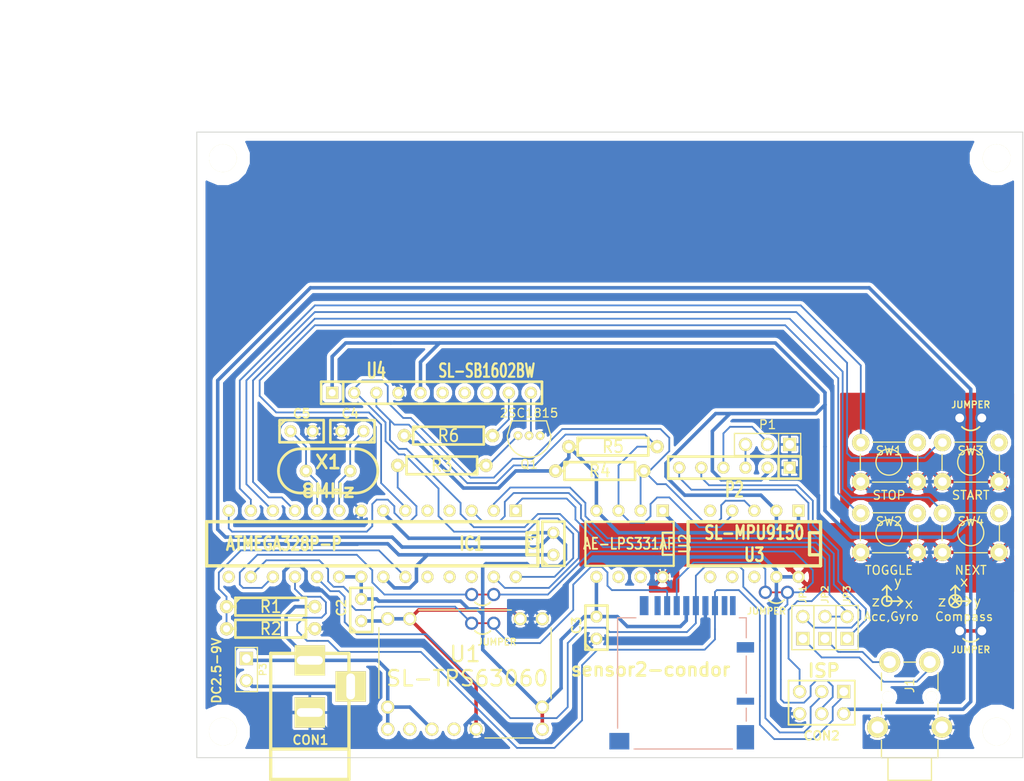
<source format=kicad_pcb>
(kicad_pcb (version 3) (host pcbnew "(2013-jul-07)-stable")
  (title_block (title sensor2-condor) (rev A))
  (layers (15 F.Cu signal) (0 B.Cu signal) (18 B.Paste user) (19 F.Paste user) (20 B.SilkS user) (21 F.SilkS user) (22 B.Mask user) (23 F.Mask user) (28 Edge.Cuts user))
  (net 0 "")
  (net 1 +3.3V)
  (net 2 +BATT)
  (net 3 /3.3RX)
  (net 4 /3.3TX)
  (net 5 /ADC0)
  (net 6 /GPSRX)
  (net 7 /GPSTX)
  (net 8 /NEXT)
  (net 9 /RX-LVTTL)
  (net 10 /SCL)
  (net 11 /SDA)
  (net 12 /START)
  (net 13 /STOP)
  (net 14 /TOGGLE)
  (net 15 /TX-LVTTL)
  (net 16 GND)
  (net 17 N-000001)
  (net 18 N-0000019)
  (net 19 N-000002)
  (net 20 N-0000022)
  (net 21 N-000003)
  (net 22 N-000004)
  (net 23 N-0000042)
  (net 24 N-0000043)
  (net 25 N-000005)
  (net 26 N-000006)
  (net 27 N-000007)
  (net 28 N-000008)
  (net 29 N-000009)
  (module SL-TPS63060 (layer F.Cu) (at 76.962 140.716)
    (fp_text reference U1 (at 8.89 -8.636) (layer F.SilkS) (effects (font (size 1.778 1.778) (thickness 0.254))))
    (fp_text value SL-TPS63060 (at 9.144 -5.842) (layer F.SilkS) (effects (font (size 1.778 1.778) (thickness 0.254))))
    (pad 2 thru_hole circle (at 0 0) (size 1.524 1.524) (drill 1.016) (layers *.Cu *.Mask F.SilkS) (net 2 +BATT))
    (pad 2 thru_hole circle (at 0 -2.54) (size 1.524 1.524) (drill 1.016) (layers *.Cu *.Mask F.SilkS) (net 2 +BATT))
    (pad 1 thru_hole circle (at 0 -12.7) (size 1.524 1.524) (drill 1.016) (layers *.Cu *.Mask F.SilkS) (net 16 GND))
    (pad 3 thru_hole circle (at 2.54 0) (size 1.524 1.524) (drill 1.016) (layers *.Cu *.Mask F.SilkS))
    (pad 4 thru_hole circle (at 5.08 0) (size 1.524 1.524) (drill 1.016) (layers *.Cu *.Mask F.SilkS) (net 2 +BATT))
    (pad 5 thru_hole circle (at 7.62 0) (size 1.524 1.524) (drill 1.016) (layers *.Cu *.Mask F.SilkS))
    (pad 1 thru_hole circle (at 10.16 0) (size 1.524 1.524) (drill 1.016) (layers *.Cu *.Mask F.SilkS) (net 16 GND))
    (pad 6 thru_hole circle (at 17.78 0) (size 1.524 1.524) (drill 1.016) (layers *.Cu *.Mask F.SilkS) (net 1 +3.3V))
    (pad 7 thru_hole circle (at 17.78 -12.7) (size 1.524 1.524) (drill 1.016) (layers *.Cu *.Mask F.SilkS) (net 16 GND))
    (pad 7 thru_hole circle (at 15.24 -12.7) (size 1.524 1.524) (drill 1.016) (layers *.Cu *.Mask F.SilkS) (net 16 GND))
    (pad 6 thru_hole circle (at 17.78 -2.54) (size 1.524 1.524) (drill 1.016) (layers *.Cu *.Mask F.SilkS) (net 1 +3.3V))
    (pad 1 thru_hole circle (at 2.54 -12.7) (size 1.524 1.524) (drill 1.016) (layers *.Cu *.Mask F.SilkS) (net 16 GND))
  )
  (module SIL-6 (layer F.Cu) (at 116.84 110.617 180)
    (fp_text reference P2 (at 0 -2.54 180) (layer F.SilkS) (effects (font (size 1.72974 1.08712) (thickness 0.3048))))
    (fp_text value GMS6-CR6 hide)
    (pad 1 thru_hole rect (at -6.35 0 180) (size 1.397 1.397) (drill 0.8128) (layers *.Cu *.Mask F.SilkS) (net 16 GND))
    (pad 2 thru_hole circle (at -3.81 0 180) (size 1.397 1.397) (drill 0.8128) (layers *.Cu *.Mask F.SilkS) (net 1 +3.3V))
    (pad 3 thru_hole circle (at -1.27 0 180) (size 1.397 1.397) (drill 0.8128) (layers *.Cu *.Mask F.SilkS) (net 6 /GPSRX))
    (pad 4 thru_hole circle (at 1.27 0 180) (size 1.397 1.397) (drill 0.8128) (layers *.Cu *.Mask F.SilkS) (net 7 /GPSTX))
    (pad 5 thru_hole circle (at 3.81 0 180) (size 1.397 1.397) (drill 0.8128) (layers *.Cu *.Mask F.SilkS) (net 9 /RX-LVTTL))
    (pad 6 thru_hole circle (at 6.35 0 180) (size 1.397 1.397) (drill 0.8128) (layers *.Cu *.Mask F.SilkS) (net 15 /TX-LVTTL))
  )
  (module SIL-10 (layer F.Cu) (at 82 102)
    (fp_text reference U4 (at -6.35 -2.54) (layer F.SilkS) (effects (font (size 1.72974 1.08712) (thickness 0.3048))))
    (fp_text value SL-SB1602BW (at 6.35 -2.54) (layer F.SilkS) (effects (font (size 1.524 1.016) (thickness 0.3048))))
    (pad 1 thru_hole rect (at -11.43 0) (size 1.397 1.397) (drill 0.8128) (layers *.Cu *.Mask F.SilkS) (net 1 +3.3V))
    (pad 2 thru_hole circle (at -8.89 0) (size 1.397 1.397) (drill 0.8128) (layers *.Cu *.Mask F.SilkS) (net 10 /SCL))
    (pad 3 thru_hole circle (at -6.35 0) (size 1.397 1.397) (drill 0.8128) (layers *.Cu *.Mask F.SilkS) (net 11 /SDA))
    (pad 4 thru_hole circle (at -3.81 0) (size 1.397 1.397) (drill 0.8128) (layers *.Cu *.Mask F.SilkS) (net 16 GND))
    (pad 5 thru_hole circle (at -1.27 0) (size 1.397 1.397) (drill 0.8128) (layers *.Cu *.Mask F.SilkS) (net 1 +3.3V))
    (pad 6 thru_hole circle (at 1.27 0) (size 1.397 1.397) (drill 0.8128) (layers *.Cu *.Mask F.SilkS))
    (pad 7 thru_hole circle (at 3.81 0) (size 1.397 1.397) (drill 0.8128) (layers *.Cu *.Mask F.SilkS))
    (pad 8 thru_hole circle (at 6.35 0) (size 1.397 1.397) (drill 0.8128) (layers *.Cu *.Mask F.SilkS))
    (pad 9 thru_hole circle (at 8.89 0) (size 1.397 1.397) (drill 0.8128) (layers *.Cu *.Mask F.SilkS) (net 28 N-000008))
    (pad 10 thru_hole circle (at 11.43 0) (size 1.397 1.397) (drill 0.8128) (layers *.Cu *.Mask F.SilkS) (net 29 N-000009))
  )
  (module R4 (layer F.Cu) (at 63.5 126.619)
    (fp_text reference R1 (at 0 0) (layer F.SilkS) (effects (font (size 1.397 1.27) (thickness 0.2032))))
    (fp_text value 100k hide)
    (pad 1 thru_hole circle (at -5.08 0) (size 1.524 1.524) (drill 0.8128) (layers *.Cu *.Mask F.SilkS) (net 5 /ADC0))
    (pad 2 thru_hole circle (at 5.08 0) (size 1.524 1.524) (drill 0.8128) (layers *.Cu *.Mask F.SilkS) (net 2 +BATT))
  )
  (module R4 (layer F.Cu) (at 63.5 129.159 180)
    (fp_text reference R2 (at 0 0 180) (layer F.SilkS) (effects (font (size 1.397 1.27) (thickness 0.2032))))
    (fp_text value 50k hide)
    (pad 1 thru_hole circle (at -5.08 0 180) (size 1.524 1.524) (drill 0.8128) (layers *.Cu *.Mask F.SilkS) (net 16 GND))
    (pad 2 thru_hole circle (at 5.08 0 180) (size 1.524 1.524) (drill 0.8128) (layers *.Cu *.Mask F.SilkS) (net 5 /ADC0))
  )
  (module R4 (layer F.Cu) (at 83.185 110.363 180)
    (fp_text reference R3 (at 0 0 180) (layer F.SilkS) (effects (font (size 1.397 1.27) (thickness 0.2032))))
    (fp_text value 10k hide)
    (pad 1 thru_hole circle (at -5.08 0 180) (size 1.524 1.524) (drill 0.8128) (layers *.Cu *.Mask F.SilkS) (net 21 N-000003))
    (pad 2 thru_hole circle (at 5.08 0 180) (size 1.524 1.524) (drill 0.8128) (layers *.Cu *.Mask F.SilkS) (net 19 N-000002))
  )
  (module R4 (layer F.Cu) (at 83.947 106.934)
    (fp_text reference R6 (at 0 0) (layer F.SilkS) (effects (font (size 1.397 1.27) (thickness 0.2032))))
    (fp_text value 1k hide)
    (pad 1 thru_hole circle (at -5.08 0) (size 1.524 1.524) (drill 0.8128) (layers *.Cu *.Mask F.SilkS) (net 1 +3.3V))
    (pad 2 thru_hole circle (at 5.08 0) (size 1.524 1.524) (drill 0.8128) (layers *.Cu *.Mask F.SilkS) (net 28 N-000008))
  )
  (module R4 (layer F.Cu) (at 101.346 110.998)
    (fp_text reference R4 (at 0 0) (layer F.SilkS) (effects (font (size 1.397 1.27) (thickness 0.2032))))
    (fp_text value 4.7k hide)
    (pad 1 thru_hole circle (at -5.08 0) (size 1.524 1.524) (drill 0.8128) (layers *.Cu *.Mask F.SilkS) (net 1 +3.3V))
    (pad 2 thru_hole circle (at 5.08 0) (size 1.524 1.524) (drill 0.8128) (layers *.Cu *.Mask F.SilkS) (net 10 /SCL))
  )
  (module R4 (layer F.Cu) (at 102.87 108.204)
    (fp_text reference R5 (at 0 0) (layer F.SilkS) (effects (font (size 1.397 1.27) (thickness 0.2032))))
    (fp_text value 4.7k hide)
    (pad 1 thru_hole circle (at -5.08 0) (size 1.524 1.524) (drill 0.8128) (layers *.Cu *.Mask F.SilkS) (net 1 +3.3V))
    (pad 2 thru_hole circle (at 5.08 0) (size 1.524 1.524) (drill 0.8128) (layers *.Cu *.Mask F.SilkS) (net 11 /SDA))
  )
  (module pin_array_3x2 (layer F.Cu) (at 126.873 137.668 180)
    (fp_text reference CON2 (at 0 -3.81 180) (layer F.SilkS) (effects (font (size 1.016 1.016) (thickness 0.2032))))
    (fp_text value AVR-ISP-6 hide)
    (pad 1 thru_hole rect (at -2.54 1.27 180) (size 1.524 1.524) (drill 1.016) (layers *.Cu *.Mask F.SilkS) (net 27 N-000007))
    (pad 2 thru_hole circle (at -2.54 -1.27 180) (size 1.524 1.524) (drill 1.016) (layers *.Cu *.Mask F.SilkS) (net 1 +3.3V))
    (pad 3 thru_hole circle (at 0 1.27 180) (size 1.524 1.524) (drill 1.016) (layers *.Cu *.Mask F.SilkS) (net 17 N-000001))
    (pad 4 thru_hole circle (at 0 -1.27 180) (size 1.524 1.524) (drill 1.016) (layers *.Cu *.Mask F.SilkS) (net 26 N-000006))
    (pad 5 thru_hole circle (at 2.54 1.27 180) (size 1.524 1.524) (drill 1.016) (layers *.Cu *.Mask F.SilkS) (net 22 N-000004))
    (pad 6 thru_hole circle (at 2.54 -1.27 180) (size 1.524 1.524) (drill 1.016) (layers *.Cu *.Mask F.SilkS) (net 16 GND))
  )
  (module PIN_ARRAY_3X1 (layer F.Cu) (at 120.65 107.95 180)
    (fp_text reference P1 (at 0 2.286 180) (layer F.SilkS) (effects (font (size 1.016 1.016) (thickness 0.1524))))
    (fp_text value D-SUB9 hide)
    (pad 1 thru_hole rect (at -2.54 0 180) (size 1.524 1.524) (drill 1.016) (layers *.Cu *.Mask F.SilkS) (net 16 GND))
    (pad 2 thru_hole circle (at 0 0 180) (size 1.524 1.524) (drill 1.016) (layers *.Cu *.Mask F.SilkS) (net 7 /GPSTX))
    (pad 3 thru_hole circle (at 2.54 0 180) (size 1.524 1.524) (drill 1.016) (layers *.Cu *.Mask F.SilkS) (net 6 /GPSRX))
  )
  (module PIN_ARRAY_2X1 (layer F.Cu) (at 60.706 133.858 270)
    (fp_text reference P3 (at 0 -1.905 270) (layer F.SilkS) (effects (font (size 0.762 0.762) (thickness 0.1524))))
    (fp_text value BATT hide)
    (pad 1 thru_hole rect (at -1.27 0 270) (size 1.524 1.524) (drill 1.016) (layers *.Cu *.Mask F.SilkS) (net 2 +BATT))
    (pad 2 thru_hole circle (at 1.27 0 270) (size 1.524 1.524) (drill 1.016) (layers *.Cu *.Mask F.SilkS) (net 18 N-0000019))
  )
  (module PIN_ARRAY_2X1 (layer F.Cu) (at 129.794 129.032 90)
    (fp_text reference JP3 (at 3.81 0 90) (layer F.SilkS) (effects (font (size 0.762 0.762) (thickness 0.1524))))
    (fp_text value GPSRX hide)
    (pad 1 thru_hole rect (at -1.27 0 90) (size 1.524 1.524) (drill 1.016) (layers *.Cu *.Mask F.SilkS) (net 9 /RX-LVTTL))
    (pad 2 thru_hole circle (at 1.27 0 90) (size 1.524 1.524) (drill 1.016) (layers *.Cu *.Mask F.SilkS) (net 20 N-0000022))
  )
  (module PIN_ARRAY_2X1 (layer F.Cu) (at 127.254 129.032 90)
    (fp_text reference JP2 (at 3.81 0 90) (layer F.SilkS) (effects (font (size 0.762 0.762) (thickness 0.1524))))
    (fp_text value PCRX hide)
    (pad 1 thru_hole rect (at -1.27 0 90) (size 1.524 1.524) (drill 1.016) (layers *.Cu *.Mask F.SilkS) (net 3 /3.3RX))
    (pad 2 thru_hole circle (at 1.27 0 90) (size 1.524 1.524) (drill 1.016) (layers *.Cu *.Mask F.SilkS) (net 20 N-0000022))
  )
  (module PIN_ARRAY_2X1 (layer F.Cu) (at 124.714 129.032 90)
    (fp_text reference JP1 (at 3.81 0 90) (layer F.SilkS) (effects (font (size 0.762 0.762) (thickness 0.1524))))
    (fp_text value PCTX hide)
    (pad 1 thru_hole rect (at -1.27 0 90) (size 1.524 1.524) (drill 1.016) (layers *.Cu *.Mask F.SilkS) (net 4 /3.3TX))
    (pad 2 thru_hole circle (at 1.27 0 90) (size 1.524 1.524) (drill 1.016) (layers *.Cu *.Mask F.SilkS) (net 15 /TX-LVTTL))
  )
  (module HC-49V (layer F.Cu) (at 70.104 110.998)
    (fp_text reference X1 (at 0 -1.016) (layer F.SilkS) (effects (font (size 1.524 1.524) (thickness 0.3048))))
    (fp_text value 8MHz (at 0 2.286) (layer F.SilkS) (effects (font (size 1.524 1.524) (thickness 0.3048))))
    (pad 1 thru_hole circle (at -2.54 0) (size 1.4224 1.4224) (drill 0.762) (layers *.Cu *.Mask F.SilkS) (net 23 N-0000042))
    (pad 2 thru_hole circle (at 2.54 0) (size 1.4224 1.4224) (drill 0.762) (layers *.Cu *.Mask F.SilkS) (net 24 N-0000043))
  )
  (module DM3AT-SF-PEJM5 (layer B.Cu) (at 108 127 180)
    (fp_text reference CON3 hide)
    (fp_text value DM3AT-SF-PEJM5 hide)
    (pad "" smd rect (at 1.55 0.5 180) (size 1 2.2) (layers B.Cu B.Paste B.Mask))
    (pad 1 smd rect (at 0 0.5 180) (size 0.7 2.2) (layers B.Cu B.Paste B.Mask))
    (pad 2 smd rect (at -1.1 0.5 180) (size 0.7 2.2) (layers B.Cu B.Paste B.Mask) (net 25 N-000005))
    (pad 3 smd rect (at -2.2 0.5 180) (size 0.7 2.2) (layers B.Cu B.Paste B.Mask) (net 26 N-000006))
    (pad 4 smd rect (at -3.3 0.5 180) (size 0.7 2.2) (layers B.Cu B.Paste B.Mask) (net 1 +3.3V))
    (pad 5 smd rect (at -4.4 0.5 180) (size 0.7 2.2) (layers B.Cu B.Paste B.Mask) (net 17 N-000001))
    (pad 6 smd rect (at -5.5 0.5 180) (size 0.7 2.2) (layers B.Cu B.Paste B.Mask) (net 16 GND))
    (pad 7 smd rect (at -6.6 0.5 180) (size 0.7 2.2) (layers B.Cu B.Paste B.Mask) (net 27 N-000007))
    (pad 8 smd rect (at -7.7 0.5 180) (size 0.65 2.2) (layers B.Cu B.Paste B.Mask))
    (pad 9 smd rect (at -8.65 0.5 180) (size 0.65 2.2) (layers B.Cu B.Paste B.Mask))
    (pad "" smd rect (at -10.1 -4.3 180) (size 2 1.2) (layers B.Cu B.Paste B.Mask))
    (pad 10 smd rect (at -10.1 -10.5 180) (size 2 0.8) (layers B.Cu B.Paste B.Mask))
    (pad "" smd rect (at -10.1 -14.65 180) (size 2 2.8) (layers B.Cu B.Paste B.Mask))
    (pad "" smd rect (at 4.4 -15.1 180) (size 2.3 1.9) (layers B.Cu B.Paste B.Mask))
  )
  (module DIP-8__300 (layer F.Cu) (at 104.775 119.38 180)
    (fp_text reference U2 (at -6.35 0 270) (layer F.SilkS) (effects (font (size 1.27 1.143) (thickness 0.2032))))
    (fp_text value AE-LPS331AP (at 0 0 180) (layer F.SilkS) (effects (font (size 1.27 1.016) (thickness 0.2032))))
    (pad 1 thru_hole rect (at -3.81 3.81 180) (size 1.397 1.397) (drill 0.8128) (layers *.Cu *.Mask F.SilkS) (net 1 +3.3V))
    (pad 2 thru_hole circle (at -1.27 3.81 180) (size 1.397 1.397) (drill 0.8128) (layers *.Cu *.Mask F.SilkS) (net 10 /SCL))
    (pad 3 thru_hole circle (at 1.27 3.81 180) (size 1.397 1.397) (drill 0.8128) (layers *.Cu *.Mask F.SilkS) (net 11 /SDA))
    (pad 4 thru_hole circle (at 3.81 3.81 180) (size 1.397 1.397) (drill 0.8128) (layers *.Cu *.Mask F.SilkS) (net 1 +3.3V))
    (pad 5 thru_hole circle (at 3.81 -3.81 180) (size 1.397 1.397) (drill 0.8128) (layers *.Cu *.Mask F.SilkS) (net 1 +3.3V))
    (pad 6 thru_hole circle (at 1.27 -3.81 180) (size 1.397 1.397) (drill 0.8128) (layers *.Cu *.Mask F.SilkS))
    (pad 7 thru_hole circle (at -1.27 -3.81 180) (size 1.397 1.397) (drill 0.8128) (layers *.Cu *.Mask F.SilkS))
    (pad 8 thru_hole circle (at -3.81 -3.81 180) (size 1.397 1.397) (drill 0.8128) (layers *.Cu *.Mask F.SilkS) (net 16 GND))
  )
  (module DIP-28__300 (layer F.Cu) (at 75.184 119.38 180)
    (fp_text reference IC1 (at -11.43 0 180) (layer F.SilkS) (effects (font (size 1.524 1.143) (thickness 0.3048))))
    (fp_text value ATMEGA328P-P (at 10.16 0 180) (layer F.SilkS) (effects (font (size 1.524 1.143) (thickness 0.3048))))
    (pad 2 thru_hole circle (at -13.97 3.81 180) (size 1.397 1.397) (drill 0.8128) (layers *.Cu *.Mask F.SilkS) (net 15 /TX-LVTTL))
    (pad 3 thru_hole circle (at -11.43 3.81 180) (size 1.397 1.397) (drill 0.8128) (layers *.Cu *.Mask F.SilkS) (net 20 N-0000022))
    (pad 4 thru_hole circle (at -8.89 3.81 180) (size 1.397 1.397) (drill 0.8128) (layers *.Cu *.Mask F.SilkS))
    (pad 5 thru_hole circle (at -6.35 3.81 180) (size 1.397 1.397) (drill 0.8128) (layers *.Cu *.Mask F.SilkS))
    (pad 6 thru_hole circle (at -3.81 3.81 180) (size 1.397 1.397) (drill 0.8128) (layers *.Cu *.Mask F.SilkS) (net 14 /TOGGLE))
    (pad 7 thru_hole circle (at -1.27 3.81 180) (size 1.397 1.397) (drill 0.8128) (layers *.Cu *.Mask F.SilkS) (net 1 +3.3V))
    (pad 8 thru_hole circle (at 1.27 3.81 180) (size 1.397 1.397) (drill 0.8128) (layers *.Cu *.Mask F.SilkS) (net 16 GND))
    (pad 9 thru_hole circle (at 3.81 3.81 180) (size 1.397 1.397) (drill 0.8128) (layers *.Cu *.Mask F.SilkS) (net 24 N-0000043))
    (pad 10 thru_hole circle (at 6.35 3.81 180) (size 1.397 1.397) (drill 0.8128) (layers *.Cu *.Mask F.SilkS) (net 23 N-0000042))
    (pad 11 thru_hole circle (at 8.89 3.81 180) (size 1.397 1.397) (drill 0.8128) (layers *.Cu *.Mask F.SilkS) (net 8 /NEXT))
    (pad 12 thru_hole circle (at 11.43 3.81 180) (size 1.397 1.397) (drill 0.8128) (layers *.Cu *.Mask F.SilkS) (net 12 /START))
    (pad 13 thru_hole circle (at 13.97 3.81 180) (size 1.397 1.397) (drill 0.8128) (layers *.Cu *.Mask F.SilkS) (net 13 /STOP))
    (pad 14 thru_hole circle (at 16.51 3.81 180) (size 1.397 1.397) (drill 0.8128) (layers *.Cu *.Mask F.SilkS) (net 19 N-000002))
    (pad 1 thru_hole rect (at -16.51 3.81 180) (size 1.397 1.397) (drill 0.8128) (layers *.Cu *.Mask F.SilkS) (net 22 N-000004))
    (pad 15 thru_hole circle (at 16.51 -3.81 180) (size 1.397 1.397) (drill 0.8128) (layers *.Cu *.Mask F.SilkS))
    (pad 16 thru_hole circle (at 13.97 -3.81 180) (size 1.397 1.397) (drill 0.8128) (layers *.Cu *.Mask F.SilkS) (net 25 N-000005))
    (pad 17 thru_hole circle (at 11.43 -3.81 180) (size 1.397 1.397) (drill 0.8128) (layers *.Cu *.Mask F.SilkS) (net 26 N-000006))
    (pad 18 thru_hole circle (at 8.89 -3.81 180) (size 1.397 1.397) (drill 0.8128) (layers *.Cu *.Mask F.SilkS) (net 27 N-000007))
    (pad 19 thru_hole circle (at 6.35 -3.81 180) (size 1.397 1.397) (drill 0.8128) (layers *.Cu *.Mask F.SilkS) (net 17 N-000001))
    (pad 20 thru_hole circle (at 3.81 -3.81 180) (size 1.397 1.397) (drill 0.8128) (layers *.Cu *.Mask F.SilkS) (net 1 +3.3V))
    (pad 21 thru_hole circle (at 1.27 -3.81 180) (size 1.397 1.397) (drill 0.8128) (layers *.Cu *.Mask F.SilkS) (net 1 +3.3V))
    (pad 22 thru_hole circle (at -1.27 -3.81 180) (size 1.397 1.397) (drill 0.8128) (layers *.Cu *.Mask F.SilkS) (net 16 GND))
    (pad 23 thru_hole circle (at -3.81 -3.81 180) (size 1.397 1.397) (drill 0.8128) (layers *.Cu *.Mask F.SilkS) (net 5 /ADC0))
    (pad 24 thru_hole circle (at -6.35 -3.81 180) (size 1.397 1.397) (drill 0.8128) (layers *.Cu *.Mask F.SilkS))
    (pad 25 thru_hole circle (at -8.89 -3.81 180) (size 1.397 1.397) (drill 0.8128) (layers *.Cu *.Mask F.SilkS))
    (pad 26 thru_hole circle (at -11.43 -3.81 180) (size 1.397 1.397) (drill 0.8128) (layers *.Cu *.Mask F.SilkS))
    (pad 27 thru_hole circle (at -13.97 -3.81 180) (size 1.397 1.397) (drill 0.8128) (layers *.Cu *.Mask F.SilkS) (net 11 /SDA))
    (pad 28 thru_hole circle (at -16.51 -3.81 180) (size 1.397 1.397) (drill 0.8128) (layers *.Cu *.Mask F.SilkS) (net 10 /SCL))
  )
  (module DIP-10__300 (layer F.Cu) (at 119.126 119.38 180)
    (fp_text reference U3 (at 0 -1.27 180) (layer F.SilkS) (effects (font (size 1.524 1.143) (thickness 0.3048))))
    (fp_text value SL-MPU9150 (at 0 1.27 180) (layer F.SilkS) (effects (font (size 1.524 1.143) (thickness 0.3048))))
    (pad 1 thru_hole rect (at -5.08 3.81 180) (size 1.397 1.397) (drill 0.8128) (layers *.Cu *.Mask F.SilkS) (net 1 +3.3V))
    (pad 2 thru_hole circle (at -2.54 3.81 180) (size 1.397 1.397) (drill 0.8128) (layers *.Cu *.Mask F.SilkS) (net 1 +3.3V))
    (pad 3 thru_hole circle (at 0 3.81 180) (size 1.397 1.397) (drill 0.8128) (layers *.Cu *.Mask F.SilkS) (net 10 /SCL))
    (pad 4 thru_hole circle (at 2.54 3.81 180) (size 1.397 1.397) (drill 0.8128) (layers *.Cu *.Mask F.SilkS) (net 11 /SDA))
    (pad 5 thru_hole circle (at 5.08 3.81 180) (size 1.397 1.397) (drill 0.8128) (layers *.Cu *.Mask F.SilkS))
    (pad 6 thru_hole circle (at 5.08 -3.81 180) (size 1.397 1.397) (drill 0.8128) (layers *.Cu *.Mask F.SilkS))
    (pad 7 thru_hole circle (at 2.54 -3.81 180) (size 1.397 1.397) (drill 0.8128) (layers *.Cu *.Mask F.SilkS))
    (pad 8 thru_hole circle (at 0 -3.81 180) (size 1.397 1.397) (drill 0.8128) (layers *.Cu *.Mask F.SilkS))
    (pad 9 thru_hole circle (at -2.54 -3.81 180) (size 1.397 1.397) (drill 0.8128) (layers *.Cu *.Mask F.SilkS) (net 16 GND))
    (pad 10 thru_hole circle (at -5.08 -3.81 180) (size 1.397 1.397) (drill 0.8128) (layers *.Cu *.Mask F.SilkS) (net 16 GND))
  )
  (module C1 (layer F.Cu) (at 72.898 106.426 180)
    (fp_text reference C4 (at 0.254 2.032 180) (layer F.SilkS) (effects (font (size 1.016 1.016) (thickness 0.2032))))
    (fp_text value 22p hide)
    (pad 1 thru_hole circle (at -1.27 0 180) (size 1.397 1.397) (drill 0.8128) (layers *.Cu *.Mask F.SilkS) (net 24 N-0000043))
    (pad 2 thru_hole circle (at 1.27 0 180) (size 1.397 1.397) (drill 0.8128) (layers *.Cu *.Mask F.SilkS) (net 16 GND))
  )
  (module C1 (layer F.Cu) (at 67.056 106.426)
    (fp_text reference C5 (at 0 -2.032) (layer F.SilkS) (effects (font (size 1.016 1.016) (thickness 0.2032))))
    (fp_text value 22p hide)
    (pad 1 thru_hole circle (at -1.27 0) (size 1.397 1.397) (drill 0.8128) (layers *.Cu *.Mask F.SilkS) (net 23 N-0000042))
    (pad 2 thru_hole circle (at 1.27 0) (size 1.397 1.397) (drill 0.8128) (layers *.Cu *.Mask F.SilkS) (net 16 GND))
  )
  (module C1 (layer F.Cu) (at 73.914 127 90)
    (fp_text reference C2 (at 0.254 -2.286 90) (layer F.SilkS) (effects (font (size 1.016 1.016) (thickness 0.2032))))
    (fp_text value 0.1u hide)
    (pad 1 thru_hole circle (at -1.27 0 90) (size 1.397 1.397) (drill 0.8128) (layers *.Cu *.Mask F.SilkS) (net 16 GND))
    (pad 2 thru_hole circle (at 1.27 0 90) (size 1.397 1.397) (drill 0.8128) (layers *.Cu *.Mask F.SilkS) (net 1 +3.3V))
  )
  (module C1 (layer F.Cu) (at 100.965 129.032 90)
    (fp_text reference C3 (at 0.254 -2.286 90) (layer F.SilkS) (effects (font (size 1.016 1.016) (thickness 0.2032))))
    (fp_text value 0.1u hide)
    (pad 1 thru_hole circle (at -1.27 0 90) (size 1.397 1.397) (drill 0.8128) (layers *.Cu *.Mask F.SilkS) (net 16 GND))
    (pad 2 thru_hole circle (at 1.27 0 90) (size 1.397 1.397) (drill 0.8128) (layers *.Cu *.Mask F.SilkS) (net 1 +3.3V))
  )
  (module C1 (layer F.Cu) (at 96.012 119.38 90)
    (fp_text reference C1 (at 0.254 -2.286 90) (layer F.SilkS) (effects (font (size 1.016 1.016) (thickness 0.2032))))
    (fp_text value 0.1u hide)
    (pad 1 thru_hole circle (at -1.27 0 90) (size 1.397 1.397) (drill 0.8128) (layers *.Cu *.Mask F.SilkS) (net 16 GND))
    (pad 2 thru_hole circle (at 1.27 0 90) (size 1.397 1.397) (drill 0.8128) (layers *.Cu *.Mask F.SilkS) (net 1 +3.3V))
  )
  (module BARREL_JACK (layer F.Cu) (at 68 139 90)
    (fp_text reference CON1 (at -2.97 0.072 180) (layer F.SilkS) (effects (font (size 1.016 1.016) (thickness 0.2032))))
    (fp_text value DC2.5-9V (at 5.015 -10.723 90) (layer F.SilkS) (effects (font (size 1.016 1.016) (thickness 0.2032))))
    (pad 1 thru_hole rect (at 6.20014 0 90) (size 3.50012 3.50012) (drill oval 1.00076 2.99974) (layers *.Cu *.Mask F.SilkS) (net 2 +BATT))
    (pad 2 thru_hole rect (at 0.20066 0 90) (size 3.50012 3.50012) (drill oval 1.00076 2.99974) (layers *.Cu *.Mask F.SilkS) (net 16 GND))
    (pad 3 thru_hole rect (at 3.2004 4.699 90) (size 3.50012 3.50012) (drill oval 2.99974 1.00076) (layers *.Cu *.Mask F.SilkS) (net 18 N-0000019))
  )
  (module AE-TSW (layer F.Cu) (at 134.62 118.11)
    (fp_text reference SW2 (at 0 -1.3) (layer F.SilkS))
    (fp_text value TOGGLE (at 0 4.318) (layer F.SilkS))
    (pad 3 thru_hole circle (at -3.25 2.25) (size 2 2) (drill 1) (layers *.Cu *.Mask F.SilkS) (net 16 GND))
    (pad 1 thru_hole circle (at -3.25 -2.25) (size 2 2) (drill 1) (layers *.Cu *.Mask F.SilkS) (net 14 /TOGGLE))
    (pad 2 thru_hole circle (at 3.25 -2.25) (size 2 2) (drill 1) (layers *.Cu *.Mask F.SilkS))
    (pad 4 thru_hole circle (at 3.25 2.25) (size 2 2) (drill 1) (layers *.Cu *.Mask F.SilkS) (net 16 GND))
  )
  (module AE-TSW (layer F.Cu) (at 144.018 118.11)
    (fp_text reference SW4 (at 0 -1.3) (layer F.SilkS))
    (fp_text value NEXT (at 0 4.318) (layer F.SilkS))
    (pad 3 thru_hole circle (at -3.25 2.25) (size 2 2) (drill 1) (layers *.Cu *.Mask F.SilkS) (net 16 GND))
    (pad 1 thru_hole circle (at -3.25 -2.25) (size 2 2) (drill 1) (layers *.Cu *.Mask F.SilkS) (net 8 /NEXT))
    (pad 2 thru_hole circle (at 3.25 -2.25) (size 2 2) (drill 1) (layers *.Cu *.Mask F.SilkS))
    (pad 4 thru_hole circle (at 3.25 2.25) (size 2 2) (drill 1) (layers *.Cu *.Mask F.SilkS) (net 16 GND))
  )
  (module AE-TSW (layer F.Cu) (at 144.018 109.982)
    (fp_text reference SW3 (at 0 -1.3) (layer F.SilkS))
    (fp_text value START (at 0 3.81) (layer F.SilkS))
    (pad 3 thru_hole circle (at -3.25 2.25) (size 2 2) (drill 1) (layers *.Cu *.Mask F.SilkS) (net 16 GND))
    (pad 1 thru_hole circle (at -3.25 -2.25) (size 2 2) (drill 1) (layers *.Cu *.Mask F.SilkS) (net 12 /START))
    (pad 2 thru_hole circle (at 3.25 -2.25) (size 2 2) (drill 1) (layers *.Cu *.Mask F.SilkS))
    (pad 4 thru_hole circle (at 3.25 2.25) (size 2 2) (drill 1) (layers *.Cu *.Mask F.SilkS) (net 16 GND))
  )
  (module AE-TSW (layer F.Cu) (at 134.62 109.982)
    (fp_text reference SW1 (at 0 -1.3) (layer F.SilkS))
    (fp_text value STOP (at 0 3.81) (layer F.SilkS))
    (pad 3 thru_hole circle (at -3.25 2.25) (size 2 2) (drill 1) (layers *.Cu *.Mask F.SilkS) (net 16 GND))
    (pad 1 thru_hole circle (at -3.25 -2.25) (size 2 2) (drill 1) (layers *.Cu *.Mask F.SilkS) (net 13 /STOP))
    (pad 2 thru_hole circle (at 3.25 -2.25) (size 2 2) (drill 1) (layers *.Cu *.Mask F.SilkS))
    (pad 4 thru_hole circle (at 3.25 2.25) (size 2 2) (drill 1) (layers *.Cu *.Mask F.SilkS) (net 16 GND))
  )
  (module 2SC (layer F.Cu) (at 93.218 106.934 180)
    (fp_text reference Q1 (at 0 -3.3 180) (layer F.SilkS))
    (fp_text value 2SC1815 (at 0 2.6 180) (layer F.SilkS))
    (pad 3 thru_hole circle (at 0 0 180) (size 1 1) (drill 0.5) (layers *.Cu *.Mask F.SilkS) (net 29 N-000009))
    (pad 2 thru_hole circle (at 1.27 0 180) (size 1 1) (drill 0.5) (layers *.Cu *.Mask F.SilkS) (net 21 N-000003))
    (pad 1 thru_hole circle (at -1.27 0 180) (size 1 1) (drill 0.5) (layers *.Cu *.Mask F.SilkS) (net 16 GND))
  )
  (module hole3-2mm (layer F.Cu) (at 58 75)
    (fp_text reference hole3-2mm hide)
    (fp_text value VAL** hide)
    (pad "" np_thru_hole circle (at 0 0) (size 3.2 3.2) (drill 3.2) (layers *.Cu *.Mask F.SilkS) (clearance 1.5))
  )
  (module hole3-2mm (layer F.Cu) (at 58 141)
    (fp_text reference hole3-2mm hide)
    (fp_text value VAL** hide)
    (pad "" np_thru_hole circle (at 0 0) (size 3.2 3.2) (drill 3.2) (layers *.Cu *.Mask F.SilkS) (clearance 1.5))
  )
  (module hole3-2mm (layer F.Cu) (at 147 75)
    (fp_text reference hole3-2mm hide)
    (fp_text value VAL** hide)
    (pad "" np_thru_hole circle (at 0 0) (size 3.2 3.2) (drill 3.2) (layers *.Cu *.Mask F.SilkS) (clearance 1.5))
  )
  (module hole3-2mm (layer F.Cu) (at 147 141)
    (fp_text reference hole3-2mm hide)
    (fp_text value VAL** hide)
    (pad "" np_thru_hole circle (at 0 0) (size 3.2 3.2) (drill 3.2) (layers *.Cu *.Mask F.SilkS) (clearance 1.5))
  )
  (module AE-STEREO-MINI (layer F.Cu) (at 137 133 90)
    (fp_text reference J1 (at -2.7 0 90) (layer F.SilkS))
    (fp_text value AE-STEREO-MINI hide)
    (pad 2 thru_hole circle (at 0 -2.3 90) (size 2.4 2.4) (drill 1.4) (layers *.Cu *.Mask F.SilkS) (net 3 /3.3RX))
    (pad 3 thru_hole circle (at 0 2.3 90) (size 2.4 2.4) (drill 1.4) (layers *.Cu *.Mask F.SilkS) (net 4 /3.3TX))
    (pad 4 thru_hole circle (at -7.5 -3.7 90) (size 2.4 2.4) (drill 1.4) (layers *.Cu *.Mask F.SilkS) (net 16 GND))
    (pad 4 thru_hole circle (at -7.5 3.7 90) (size 2.4 2.4) (drill 1.4) (layers *.Cu *.Mask F.SilkS) (net 16 GND))
    (pad "" np_thru_hole circle (at -4 2.5 90) (size 1.3 1.3) (drill 1.3) (layers *.Cu *.Mask F.SilkS))
    (pad "" np_thru_hole circle (at -4 -2.5 90) (size 1.3 1.3) (drill 1.3) (layers *.Cu *.Mask F.SilkS))
  )
  (gr_text Compass (at 143.256 127.762) (layer F.SilkS) (effects (font (size 1 1))))
  (gr_text z (at 140.716 125.984) (layer F.SilkS) (effects (font (size 1.2 1.2))))
  (gr_text x (at 143.256 123.698) (layer F.SilkS) (effects (font (size 1.2 1.2))))
  (gr_text y (at 144.78 125.984) (layer F.SilkS) (effects (font (size 1.2 1.2))))
  (gr_circle (center 142.24 125.984) (end 142.748 126.492) (layer F.SilkS) (width 0.2))
  (gr_line (start 142.748 126.492) (end 141.732 125.476) (angle 90) (layer F.SilkS) (width 0.2))
  (gr_line (start 142.748 125.476) (end 141.732 126.492) (angle 90) (layer F.SilkS) (width 0.2))
  (gr_line (start 144.018 125.984) (end 143.51 126.492) (angle 90) (layer F.SilkS) (width 0.2))
  (gr_line (start 144.018 125.984) (end 143.51 125.476) (angle 90) (layer F.SilkS) (width 0.2))
  (gr_line (start 142.24 124.206) (end 142.748 124.714) (angle 90) (layer F.SilkS) (width 0.2))
  (gr_line (start 142.24 124.206) (end 141.732 124.714) (angle 90) (layer F.SilkS) (width 0.2))
  (gr_line (start 142.24 125.984) (end 142.24 124.206) (angle 90) (layer F.SilkS) (width 0.2))
  (gr_line (start 142.24 125.984) (end 144.018 125.984) (angle 90) (layer F.SilkS) (width 0.2))
  (gr_text Acc,Gyro (at 134.874 127.762) (layer F.SilkS) (effects (font (size 1 1))))
  (gr_text z (at 133.096 125.984) (layer F.SilkS) (effects (font (size 1.2 1.2))))
  (gr_text y (at 135.636 123.698) (layer F.SilkS) (effects (font (size 1.2 1.2))))
  (gr_text x (at 136.906 126.238) (layer F.SilkS) (effects (font (size 1.2 1.2))))
  (gr_circle (center 134.366 125.984) (end 134.62 125.476) (layer F.SilkS) (width 0.2))
  (gr_line (start 136.144 125.984) (end 135.636 126.492) (angle 90) (layer F.SilkS) (width 0.2))
  (gr_line (start 136.144 125.984) (end 135.636 125.476) (angle 90) (layer F.SilkS) (width 0.2))
  (gr_line (start 134.366 125.984) (end 136.144 125.984) (angle 90) (layer F.SilkS) (width 0.2))
  (gr_line (start 134.366 124.206) (end 134.874 124.714) (angle 90) (layer F.SilkS) (width 0.2))
  (gr_line (start 134.366 124.206) (end 133.858 124.714) (angle 90) (layer F.SilkS) (width 0.2))
  (gr_line (start 134.366 125.984) (end 134.366 124.206) (angle 90) (layer F.SilkS) (width 0.2))
  (gr_text JUMPER (at 144.018 103.378) (layer F.SilkS) (effects (font (size 0.762 0.762) (thickness 0.1524))))
  (gr_arc (start 144.018 104.902) (end 145.034 105.918) (angle 90) (layer F.SilkS) (width 0.2))
  (gr_arc (start 144.018 129.413) (end 144.907 130.302) (angle 90) (layer F.SilkS) (width 0.2))
  (gr_text JUMPER (at 144.018 131.572) (layer F.SilkS) (effects (font (size 0.762 0.762) (thickness 0.1524))))
  (gr_text ISP (at 127.127 133.985) (layer F.SilkS) (effects (font (size 1.5 1.5) (thickness 0.3))))
  (gr_text JUMPER (at 120.523 127.127) (layer F.SilkS) (effects (font (size 0.762 0.762) (thickness 0.1524))))
  (gr_arc (start 121.666 124.968) (end 122.555 125.857) (angle 90) (layer F.SilkS) (width 0.2))
  (gr_arc (start 87.884 125.222) (end 88.773 126.111) (angle 90) (layer F.SilkS) (width 0.2))
  (gr_text JUMPER (at 89.535 130.683) (layer F.SilkS) (effects (font (size 0.762 0.762) (thickness 0.1524))))
  (gr_arc (start 87.884 128.524) (end 88.773 129.413) (angle 90) (layer F.SilkS) (width 0.2))
  (gr_text sensor2-condor (at 107.188 133.858) (layer F.SilkS) (effects (font (size 1.5 1.5) (thickness 0.3))))
  (gr_line (start 55 144) (end 55 72) (angle 90) (layer Edge.Cuts) (width 0.1))
  (gr_line (start 150 144) (end 55 144) (angle 90) (layer Edge.Cuts) (width 0.1))
  (gr_line (start 150 72) (end 150 144) (angle 90) (layer Edge.Cuts) (width 0.1))
  (gr_line (start 55 72) (end 150 72) (angle 90) (layer Edge.Cuts) (width 0.1))
  (segment (start 132.334 89.916) (end 144.018 101.6) (width 0.4064) (layer B.Cu) (net 1))
  (segment (start 144.018 116.586) (end 144.018 116.205) (width 0.4064) (layer B.Cu) (net 1))
  (segment (start 144.018 101.6) (end 144.018 116.205) (width 0.4064) (layer B.Cu) (net 1))
  (segment (start 57.404 100.584) (end 57.404 117.729) (width 0.4064) (layer B.Cu) (net 1))
  (segment (start 57.404 117.729) (end 58.293 118.618) (width 0.4064) (layer B.Cu) (net 1))
  (segment (start 68.072 89.916) (end 132.334 89.916) (width 0.4064) (layer B.Cu) (net 1))
  (segment (start 57.404 100.584) (end 68.072 89.916) (width 0.4064) (layer B.Cu) (net 1))
  (segment (start 78.232 119.38) (end 78.613 119.761) (width 0.4064) (layer B.Cu) (net 1))
  (segment (start 77.47 118.618) (end 78.232 119.38) (width 0.4064) (layer B.Cu) (net 1))
  (segment (start 94.361 119.761) (end 96.012 118.11) (width 0.4064) (layer B.Cu) (net 1))
  (segment (start 78.613 119.761) (end 94.361 119.761) (width 0.4064) (layer B.Cu) (net 1))
  (segment (start 58.293 118.618) (end 77.47 118.618) (width 0.4064) (layer B.Cu) (net 1))
  (segment (start 129.413 138.938) (end 129.921 138.43) (width 0.4064) (layer B.Cu) (net 1))
  (segment (start 144.018 137.541) (end 143.129 138.43) (width 0.4064) (layer B.Cu) (net 1))
  (segment (start 143.129 138.43) (end 132.334 138.43) (width 0.4064) (layer B.Cu) (net 1))
  (segment (start 144.018 137.541) (end 144.018 116.586) (width 0.4064) (layer B.Cu) (net 1))
  (segment (start 129.921 138.43) (end 132.334 138.43) (width 0.4064) (layer B.Cu) (net 1))
  (segment (start 80.73 102) (end 80.73 98.467) (width 0.4064) (layer B.Cu) (net 1))
  (segment (start 80.73 98.467) (end 82.931 96.266) (width 0.4064) (layer B.Cu) (net 1))
  (segment (start 100.965 115.57) (end 100.965 111.379) (width 0.4064) (layer B.Cu) (net 1))
  (segment (start 100.965 111.379) (end 97.79 108.204) (width 0.4064) (layer B.Cu) (net 1))
  (segment (start 80.391 107.696) (end 79.629 107.696) (width 0.4064) (layer B.Cu) (net 1))
  (segment (start 91.694 110.998) (end 89.7255 112.9665) (width 0.4064) (layer B.Cu) (net 1))
  (segment (start 89.7255 112.9665) (end 85.6615 112.9665) (width 0.4064) (layer B.Cu) (net 1))
  (segment (start 85.6615 112.9665) (end 80.391 107.696) (width 0.4064) (layer B.Cu) (net 1))
  (segment (start 96.266 110.998) (end 91.694 110.998) (width 0.4064) (layer B.Cu) (net 1))
  (segment (start 79.629 107.696) (end 78.867 106.934) (width 0.4064) (layer B.Cu) (net 1))
  (segment (start 73.914 125.73) (end 75.692 125.73) (width 0.4064) (layer B.Cu) (net 1))
  (segment (start 87.249 126.873) (end 87.884 127.508) (width 0.4064) (layer B.Cu) (net 1))
  (segment (start 86.233 126.873) (end 87.249 126.873) (width 0.4064) (layer B.Cu) (net 1))
  (segment (start 85.344 125.984) (end 86.233 126.873) (width 0.4064) (layer B.Cu) (net 1))
  (segment (start 75.946 125.984) (end 85.344 125.984) (width 0.4064) (layer B.Cu) (net 1))
  (segment (start 75.692 125.73) (end 75.946 125.984) (width 0.4064) (layer B.Cu) (net 1))
  (segment (start 121.666 115.57) (end 119.888 113.792) (width 0.4064) (layer B.Cu) (net 1))
  (segment (start 114.681 104.394) (end 116.332 104.394) (width 0.4064) (layer B.Cu) (net 1))
  (segment (start 108.966 110.109) (end 114.681 104.394) (width 0.4064) (layer B.Cu) (net 1))
  (segment (start 108.966 111.633) (end 108.966 110.109) (width 0.4064) (layer B.Cu) (net 1))
  (segment (start 111.125 113.792) (end 108.966 111.633) (width 0.4064) (layer B.Cu) (net 1))
  (segment (start 119.888 113.792) (end 111.125 113.792) (width 0.4064) (layer B.Cu) (net 1))
  (segment (start 120.65 110.617) (end 120.65 111.252) (width 0.4064) (layer B.Cu) (net 1))
  (segment (start 120.65 111.252) (end 119.888 112.014) (width 0.4064) (layer B.Cu) (net 1))
  (segment (start 119.888 112.014) (end 115.316 112.014) (width 0.4064) (layer B.Cu) (net 1))
  (segment (start 115.316 112.014) (end 114.3 110.998) (width 0.4064) (layer B.Cu) (net 1))
  (segment (start 114.3 110.998) (end 114.3 106.426) (width 0.4064) (layer B.Cu) (net 1))
  (segment (start 114.3 106.426) (end 116.332 104.394) (width 0.4064) (layer B.Cu) (net 1))
  (segment (start 126.238 104.394) (end 127.254 103.378) (width 0.4064) (layer B.Cu) (net 1))
  (segment (start 116.332 104.394) (end 126.238 104.394) (width 0.4064) (layer B.Cu) (net 1))
  (segment (start 94.742 138.176) (end 94.488 138.176) (width 0.4064) (layer B.Cu) (net 1))
  (segment (start 94.488 138.176) (end 87.884 131.572) (width 0.4064) (layer B.Cu) (net 1))
  (segment (start 87.884 127.508) (end 87.884 131.572) (width 0.4064) (layer B.Cu) (net 1))
  (segment (start 96.012 118.110002) (end 96.012 118.11) (width 0.4064) (layer B.Cu) (net 1))
  (segment (start 87.884 124.968) (end 87.884 122.809) (width 0.4064) (layer B.Cu) (net 1))
  (segment (start 87.884 122.047) (end 87.884 122.809) (width 0.4064) (layer B.Cu) (net 1))
  (segment (start 88.265 121.666) (end 87.884 122.047) (width 0.4064) (layer B.Cu) (net 1))
  (segment (start 92.964 121.666) (end 88.265 121.666) (width 0.4064) (layer B.Cu) (net 1))
  (segment (start 93.218 121.92) (end 92.964 121.666) (width 0.4064) (layer B.Cu) (net 1))
  (segment (start 96.647 121.92) (end 93.218 121.92) (width 0.4064) (layer B.Cu) (net 1))
  (segment (start 97.408998 121.158002) (end 96.647 121.92) (width 0.4064) (layer B.Cu) (net 1))
  (segment (start 97.408998 119.507) (end 97.408998 121.158002) (width 0.4064) (layer B.Cu) (net 1))
  (segment (start 96.012 118.110002) (end 97.408998 119.507) (width 0.4064) (layer B.Cu) (net 1))
  (segment (start 87.884 124.968) (end 87.884 127.508) (width 0.4064) (layer B.Cu) (net 1))
  (segment (start 96.901 130.429) (end 96.901 136.017) (width 0.4064) (layer B.Cu) (net 1))
  (segment (start 100.965 127.762) (end 99.568 127.762) (width 0.4064) (layer B.Cu) (net 1))
  (segment (start 97.0915 130.2385) (end 96.901 130.429) (width 0.4064) (layer B.Cu) (net 1))
  (segment (start 99.568 127.762) (end 97.0915 130.2385) (width 0.4064) (layer B.Cu) (net 1))
  (segment (start 96.901 136.017) (end 94.742 138.176) (width 0.4064) (layer B.Cu) (net 1))
  (segment (start 108.585 115.57) (end 108.585 115.697) (width 0.4064) (layer B.Cu) (net 1))
  (segment (start 108.585 115.697) (end 110.998 118.11) (width 0.4064) (layer B.Cu) (net 1))
  (segment (start 110.49 118.11) (end 103.505 118.11) (width 0.4064) (layer B.Cu) (net 1))
  (segment (start 103.505 118.11) (end 100.965 115.57) (width 0.4064) (layer B.Cu) (net 1))
  (segment (start 144.018 116.586) (end 141.986 118.618) (width 0.4064) (layer B.Cu) (net 1))
  (segment (start 127.254 101.981) (end 127.254 103.378) (width 0.4064) (layer B.Cu) (net 1))
  (segment (start 127.254 103.378) (end 127.254 108.204) (width 0.4064) (layer B.Cu) (net 1))
  (segment (start 127.254 108.204) (end 127.254 115.57) (width 0.4064) (layer B.Cu) (net 1))
  (segment (start 141.605 118.618) (end 130.302 118.618) (width 0.4064) (layer B.Cu) (net 1))
  (segment (start 72.136 96.266) (end 70.57 97.832) (width 0.4064) (layer B.Cu) (net 1))
  (segment (start 70.57 97.832) (end 70.57 102) (width 0.4064) (layer B.Cu) (net 1))
  (segment (start 127.254 101.981) (end 121.539 96.266) (width 0.4064) (layer B.Cu) (net 1))
  (segment (start 121.539 96.266) (end 82.931 96.266) (width 0.4064) (layer B.Cu) (net 1))
  (segment (start 82.931 96.266) (end 77.32 96.266) (width 0.4064) (layer B.Cu) (net 1))
  (segment (start 77.32 96.266) (end 72.136 96.266) (width 0.4064) (layer B.Cu) (net 1))
  (segment (start 127.254 115.57) (end 130.302 118.618) (width 0.4064) (layer B.Cu) (net 1))
  (segment (start 141.605 118.618) (end 141.986 118.618) (width 0.4064) (layer B.Cu) (net 1))
  (segment (start 97.79 108.204) (end 97.79 109.474) (width 0.4064) (layer B.Cu) (net 1))
  (segment (start 97.79 109.474) (end 96.266 110.998) (width 0.4064) (layer B.Cu) (net 1))
  (segment (start 94.742 138.176) (end 94.742 140.716) (width 0.4064) (layer F.Cu) (net 1))
  (segment (start 100.965 123.19) (end 100.965 127.762) (width 0.4064) (layer B.Cu) (net 1))
  (segment (start 76.454 115.57) (end 76.454 115.824) (width 0.4064) (layer B.Cu) (net 1))
  (segment (start 94.107 118.11) (end 96.012 118.11) (width 0.4064) (layer B.Cu) (net 1))
  (segment (start 93.472 118.745) (end 94.107 118.11) (width 0.4064) (layer B.Cu) (net 1))
  (segment (start 79.375 118.745) (end 93.472 118.745) (width 0.4064) (layer B.Cu) (net 1))
  (segment (start 76.454 115.824) (end 79.375 118.745) (width 0.4064) (layer B.Cu) (net 1))
  (segment (start 121.666 115.57) (end 121.666 117.348) (width 0.4064) (layer B.Cu) (net 1))
  (segment (start 121.666 117.348) (end 120.904 118.11) (width 0.4064) (layer B.Cu) (net 1))
  (segment (start 120.65 118.11) (end 120.904 118.11) (width 0.4064) (layer B.Cu) (net 1))
  (segment (start 120.904 118.11) (end 123.698 118.11) (width 0.4064) (layer B.Cu) (net 1))
  (segment (start 120.65 118.11) (end 119.126 118.11) (width 0.4064) (layer B.Cu) (net 1))
  (segment (start 119.126 118.11) (end 110.998 118.11) (width 0.4064) (layer B.Cu) (net 1))
  (segment (start 110.998 118.11) (end 110.49 118.11) (width 0.4064) (layer B.Cu) (net 1))
  (segment (start 124.206 117.602) (end 124.206 115.57) (width 0.4064) (layer B.Cu) (net 1))
  (segment (start 123.698 118.11) (end 124.206 117.602) (width 0.4064) (layer B.Cu) (net 1))
  (segment (start 100.965 127.762) (end 103.378 127.762) (width 0.4064) (layer B.Cu) (net 1))
  (segment (start 111.3 128.222) (end 111.3 126.5) (width 0.4064) (layer B.Cu) (net 1))
  (segment (start 110.617 128.905) (end 111.3 128.222) (width 0.4064) (layer B.Cu) (net 1))
  (segment (start 104.521 128.905) (end 110.617 128.905) (width 0.4064) (layer B.Cu) (net 1))
  (segment (start 103.378 127.762) (end 104.521 128.905) (width 0.4064) (layer B.Cu) (net 1))
  (segment (start 71.374 123.19) (end 73.914 123.19) (width 0.4064) (layer B.Cu) (net 1))
  (segment (start 73.914 123.19) (end 73.914 125.73) (width 0.4064) (layer B.Cu) (net 1))
  (segment (start 68 132.79986) (end 65.278 130.07786) (width 0.4064) (layer B.Cu) (net 2))
  (segment (start 66.294 126.619) (end 68.58 126.619) (width 0.4064) (layer B.Cu) (net 2))
  (segment (start 65.278 127.635) (end 66.294 126.619) (width 0.4064) (layer B.Cu) (net 2))
  (segment (start 65.278 130.07786) (end 65.278 127.635) (width 0.4064) (layer B.Cu) (net 2))
  (segment (start 76.962 138.176) (end 79.502 138.176) (width 0.4064) (layer B.Cu) (net 2))
  (segment (start 79.502 138.176) (end 82.042 140.716) (width 0.4064) (layer B.Cu) (net 2))
  (segment (start 68 132.79986) (end 60.91786 132.79986) (width 0.4064) (layer B.Cu) (net 2))
  (segment (start 60.91786 132.79986) (end 60.706 132.588) (width 0.4064) (layer B.Cu) (net 2))
  (segment (start 76.962 138.176) (end 76.962 133.962) (width 0.4064) (layer B.Cu) (net 2))
  (segment (start 75.79986 132.79986) (end 68 132.79986) (width 0.4064) (layer B.Cu) (net 2))
  (segment (start 76.962 133.962) (end 75.79986 132.79986) (width 0.4064) (layer B.Cu) (net 2))
  (segment (start 76.962 138.176) (end 76.962 140.716) (width 0.4064) (layer B.Cu) (net 2))
  (segment (start 129.032 131.826) (end 128.778 131.826) (width 0.2032) (layer B.Cu) (net 3))
  (segment (start 132.746 133) (end 131.572 131.826) (width 0.2032) (layer B.Cu) (net 3))
  (segment (start 131.572 131.826) (end 129.032 131.826) (width 0.2032) (layer B.Cu) (net 3))
  (segment (start 134.7 133) (end 132.746 133) (width 0.2032) (layer B.Cu) (net 3))
  (segment (start 128.778 131.826) (end 127.254 130.302) (width 0.2032) (layer B.Cu) (net 3))
  (segment (start 127.127 132.461) (end 126.873 132.461) (width 0.2032) (layer B.Cu) (net 4))
  (segment (start 139.3 133.75) (end 137.795 135.255) (width 0.2032) (layer B.Cu) (net 4))
  (segment (start 137.795 135.255) (end 133.985 135.255) (width 0.2032) (layer B.Cu) (net 4))
  (segment (start 133.985 135.255) (end 131.191 132.461) (width 0.2032) (layer B.Cu) (net 4))
  (segment (start 131.191 132.461) (end 127.127 132.461) (width 0.2032) (layer B.Cu) (net 4))
  (segment (start 139.3 133) (end 139.3 133.75) (width 0.2032) (layer B.Cu) (net 4))
  (segment (start 126.873 132.461) (end 124.714 130.302) (width 0.2032) (layer B.Cu) (net 4))
  (segment (start 58.42 126.619) (end 58.42 125.476) (width 0.2032) (layer B.Cu) (net 5))
  (segment (start 75.946 120.142) (end 78.994 123.19) (width 0.2032) (layer B.Cu) (net 5))
  (segment (start 57.531 122.682) (end 57.531 124.587) (width 0.2032) (layer B.Cu) (net 5))
  (segment (start 60.071 120.142) (end 57.531 122.682) (width 0.2032) (layer B.Cu) (net 5))
  (segment (start 75.946 120.142) (end 60.071 120.142) (width 0.2032) (layer B.Cu) (net 5))
  (segment (start 58.42 125.476) (end 57.531 124.587) (width 0.2032) (layer B.Cu) (net 5))
  (segment (start 58.42 129.159) (end 58.42 126.619) (width 0.2032) (layer B.Cu) (net 5))
  (segment (start 78.994 123.19) (end 78.486 123.19) (width 0.2032) (layer B.Cu) (net 5))
  (segment (start 118.11 107.95) (end 118.11 110.617) (width 0.2032) (layer B.Cu) (net 6))
  (segment (start 120.65 107.95) (end 120.65 107.696) (width 0.2032) (layer B.Cu) (net 7))
  (segment (start 115.57 106.68) (end 115.57 110.617) (width 0.2032) (layer B.Cu) (net 7))
  (segment (start 116.332 105.918) (end 115.57 106.68) (width 0.2032) (layer B.Cu) (net 7))
  (segment (start 118.872 105.918) (end 116.332 105.918) (width 0.2032) (layer B.Cu) (net 7))
  (segment (start 120.65 107.696) (end 118.872 105.918) (width 0.2032) (layer B.Cu) (net 7))
  (segment (start 129.286 113.03) (end 129.286 99.568) (width 0.2032) (layer B.Cu) (net 8))
  (segment (start 140.768 115.86) (end 140.768 115.622) (width 0.2032) (layer B.Cu) (net 8))
  (segment (start 140.768 115.622) (end 139.192 114.046) (width 0.2032) (layer B.Cu) (net 8))
  (segment (start 139.192 114.046) (end 130.302 114.046) (width 0.2032) (layer B.Cu) (net 8))
  (segment (start 130.302 114.046) (end 129.286 113.03) (width 0.2032) (layer B.Cu) (net 8))
  (segment (start 64.77 114.046) (end 66.294 115.57) (width 0.2032) (layer B.Cu) (net 8))
  (segment (start 63.246 114.046) (end 64.77 114.046) (width 0.2032) (layer B.Cu) (net 8))
  (segment (start 61.468 112.268) (end 63.246 114.046) (width 0.2032) (layer B.Cu) (net 8))
  (segment (start 61.468 100.584) (end 61.468 112.268) (width 0.2032) (layer B.Cu) (net 8))
  (segment (start 68.58 93.472) (end 61.468 100.584) (width 0.2032) (layer B.Cu) (net 8))
  (segment (start 123.19 93.472) (end 68.58 93.472) (width 0.2032) (layer B.Cu) (net 8))
  (segment (start 129.286 99.568) (end 123.19 93.472) (width 0.2032) (layer B.Cu) (net 8))
  (segment (start 129.794 130.302) (end 131.953 128.143) (width 0.2032) (layer B.Cu) (net 9))
  (segment (start 125.857 117.221) (end 125.857 114.427) (width 0.2032) (layer B.Cu) (net 9))
  (segment (start 125.857 114.427) (end 124.079 112.649) (width 0.2032) (layer B.Cu) (net 9))
  (segment (start 128.778 123.698) (end 131.953 126.873) (width 0.2032) (layer B.Cu) (net 9))
  (segment (start 128.778 120.142) (end 128.778 123.698) (width 0.2032) (layer B.Cu) (net 9))
  (segment (start 128.778 120.142) (end 125.857 117.221) (width 0.2032) (layer B.Cu) (net 9))
  (segment (start 113.03 111.76) (end 113.03 110.617) (width 0.2032) (layer B.Cu) (net 9))
  (segment (start 113.919 112.649) (end 113.03 111.76) (width 0.2032) (layer B.Cu) (net 9))
  (segment (start 113.919 112.649) (end 124.079 112.649) (width 0.2032) (layer B.Cu) (net 9))
  (segment (start 131.953 128.143) (end 131.953 126.873) (width 0.2032) (layer B.Cu) (net 9))
  (segment (start 109.347 108.712) (end 107.061 110.998) (width 0.2032) (layer B.Cu) (net 10))
  (segment (start 73.11 101.515) (end 74.041 100.584) (width 0.2032) (layer B.Cu) (net 10))
  (segment (start 74.041 100.584) (end 76.327 100.584) (width 0.2032) (layer B.Cu) (net 10))
  (segment (start 76.327 100.584) (end 76.962 101.219) (width 0.2032) (layer B.Cu) (net 10))
  (segment (start 76.962 101.219) (end 76.962 103.124) (width 0.2032) (layer B.Cu) (net 10))
  (segment (start 76.962 103.124) (end 78.74 104.902) (width 0.2032) (layer B.Cu) (net 10))
  (segment (start 78.74 104.902) (end 79.629 104.902) (width 0.2032) (layer B.Cu) (net 10))
  (segment (start 79.629 104.902) (end 86.487 111.76) (width 0.2032) (layer B.Cu) (net 10))
  (segment (start 86.487 111.76) (end 89.154 111.76) (width 0.2032) (layer B.Cu) (net 10))
  (segment (start 89.154 111.76) (end 91.313 109.601) (width 0.2032) (layer B.Cu) (net 10))
  (segment (start 91.313 109.601) (end 93.599 109.601) (width 0.2032) (layer B.Cu) (net 10))
  (segment (start 93.599 109.601) (end 97.028 106.172) (width 0.2032) (layer B.Cu) (net 10))
  (segment (start 97.028 106.172) (end 108.331 106.172) (width 0.2032) (layer B.Cu) (net 10))
  (segment (start 108.331 106.172) (end 109.347 107.188) (width 0.2032) (layer B.Cu) (net 10))
  (segment (start 109.347 107.188) (end 109.347 108.712) (width 0.2032) (layer B.Cu) (net 10))
  (segment (start 73.11 102) (end 73.11 101.515) (width 0.2032) (layer B.Cu) (net 10))
  (segment (start 107.061 110.998) (end 106.426 110.998) (width 0.2032) (layer B.Cu) (net 10))
  (segment (start 78.867 109.093) (end 82.804 113.03) (width 0.2032) (layer B.Cu) (net 10))
  (segment (start 98.298 118.237) (end 98.298 121.031) (width 0.2032) (layer B.Cu) (net 10))
  (segment (start 98.298 121.031) (end 96.139 123.19) (width 0.2032) (layer B.Cu) (net 10))
  (segment (start 91.694 123.19) (end 96.139 123.19) (width 0.2032) (layer B.Cu) (net 10))
  (segment (start 82.804 113.03) (end 82.804 116.205) (width 0.2032) (layer B.Cu) (net 10))
  (segment (start 96.52 116.459) (end 98.298 118.237) (width 0.2032) (layer B.Cu) (net 10))
  (segment (start 94.488 116.459) (end 96.52 116.459) (width 0.2032) (layer B.Cu) (net 10))
  (segment (start 92.964 117.983) (end 94.488 116.459) (width 0.2032) (layer B.Cu) (net 10))
  (segment (start 84.582 117.983) (end 92.964 117.983) (width 0.2032) (layer B.Cu) (net 10))
  (segment (start 82.804 116.205) (end 84.582 117.983) (width 0.2032) (layer B.Cu) (net 10))
  (segment (start 76.708 105.41) (end 76.708 107.569) (width 0.2032) (layer B.Cu) (net 10))
  (segment (start 73.298 102) (end 73.11 102) (width 0.2032) (layer B.Cu) (net 10))
  (segment (start 73.298 102) (end 76.708 105.41) (width 0.2032) (layer B.Cu) (net 10))
  (segment (start 78.232 109.093) (end 78.867 109.093) (width 0.2032) (layer B.Cu) (net 10))
  (segment (start 76.708 107.569) (end 78.232 109.093) (width 0.2032) (layer B.Cu) (net 10))
  (segment (start 108.966 112.522) (end 107.95 112.522) (width 0.2032) (layer B.Cu) (net 10))
  (segment (start 107.95 112.522) (end 106.426 110.998) (width 0.2032) (layer B.Cu) (net 10))
  (segment (start 119.126 115.57) (end 117.983 114.427) (width 0.2032) (layer B.Cu) (net 10))
  (segment (start 115.824 114.427) (end 117.983 114.427) (width 0.2032) (layer B.Cu) (net 10))
  (segment (start 115.316 114.935) (end 115.824 114.427) (width 0.2032) (layer B.Cu) (net 10))
  (segment (start 115.316 116.459) (end 115.316 114.935) (width 0.2032) (layer B.Cu) (net 10))
  (segment (start 114.935 116.84) (end 115.316 116.459) (width 0.2032) (layer B.Cu) (net 10))
  (segment (start 113.284 116.84) (end 114.935 116.84) (width 0.2032) (layer B.Cu) (net 10))
  (segment (start 108.966 112.522) (end 113.284 116.84) (width 0.2032) (layer B.Cu) (net 10))
  (segment (start 106.045 115.57) (end 106.045 111.379) (width 0.2032) (layer B.Cu) (net 10))
  (segment (start 106.045 111.379) (end 106.426 110.998) (width 0.2032) (layer B.Cu) (net 10))
  (segment (start 107.95 108.204) (end 106.553 106.807) (width 0.2032) (layer B.Cu) (net 11))
  (segment (start 77.724 105.664) (end 77.216 105.156) (width 0.2032) (layer B.Cu) (net 11))
  (segment (start 79.375 105.664) (end 77.724 105.664) (width 0.2032) (layer B.Cu) (net 11))
  (segment (start 86.106 112.395) (end 79.375 105.664) (width 0.2032) (layer B.Cu) (net 11))
  (segment (start 89.408 112.395) (end 86.106 112.395) (width 0.2032) (layer B.Cu) (net 11))
  (segment (start 91.44 110.363) (end 89.408 112.395) (width 0.2032) (layer B.Cu) (net 11))
  (segment (start 93.853 110.363) (end 91.44 110.363) (width 0.2032) (layer B.Cu) (net 11))
  (segment (start 97.409 106.807) (end 93.853 110.363) (width 0.2032) (layer B.Cu) (net 11))
  (segment (start 106.553 106.807) (end 97.409 106.807) (width 0.2032) (layer B.Cu) (net 11))
  (segment (start 103.505 115.57) (end 103.505 110.363) (width 0.2032) (layer B.Cu) (net 11))
  (segment (start 105.664 108.204) (end 107.95 108.204) (width 0.2032) (layer B.Cu) (net 11))
  (segment (start 103.505 110.363) (end 105.664 108.204) (width 0.2032) (layer B.Cu) (net 11))
  (segment (start 109.347 114.046) (end 107.95 114.046) (width 0.2032) (layer B.Cu) (net 11))
  (segment (start 112.776 117.475) (end 109.347 114.046) (width 0.2032) (layer B.Cu) (net 11))
  (segment (start 115.189 117.475) (end 112.776 117.475) (width 0.2032) (layer B.Cu) (net 11))
  (segment (start 116.586 116.078) (end 115.189 117.475) (width 0.2032) (layer B.Cu) (net 11))
  (segment (start 116.586 115.57) (end 116.586 116.078) (width 0.2032) (layer B.Cu) (net 11))
  (segment (start 104.902 116.967) (end 103.505 115.57) (width 0.2032) (layer B.Cu) (net 11))
  (segment (start 106.426 116.967) (end 104.902 116.967) (width 0.2032) (layer B.Cu) (net 11))
  (segment (start 107.188 116.205) (end 106.426 116.967) (width 0.2032) (layer B.Cu) (net 11))
  (segment (start 107.188 114.808) (end 107.188 116.205) (width 0.2032) (layer B.Cu) (net 11))
  (segment (start 107.95 114.046) (end 107.188 114.808) (width 0.2032) (layer B.Cu) (net 11))
  (segment (start 98.933 121.031) (end 98.933 118.11) (width 0.2032) (layer B.Cu) (net 11))
  (segment (start 98.933 121.031) (end 95.504 124.46) (width 0.2032) (layer B.Cu) (net 11))
  (segment (start 95.504 124.46) (end 90.424 124.46) (width 0.2032) (layer B.Cu) (net 11))
  (segment (start 89.154 123.19) (end 90.424 124.46) (width 0.2032) (layer B.Cu) (net 11))
  (segment (start 96.774 115.951) (end 98.933 118.11) (width 0.2032) (layer B.Cu) (net 11))
  (segment (start 94.234 115.951) (end 96.774 115.951) (width 0.2032) (layer B.Cu) (net 11))
  (segment (start 92.71 117.475) (end 94.234 115.951) (width 0.2032) (layer B.Cu) (net 11))
  (segment (start 86.868 117.475) (end 92.71 117.475) (width 0.2032) (layer B.Cu) (net 11))
  (segment (start 85.344 115.951) (end 86.868 117.475) (width 0.2032) (layer B.Cu) (net 11))
  (segment (start 85.344 114.681) (end 85.344 115.951) (width 0.2032) (layer B.Cu) (net 11))
  (segment (start 79.121 108.458) (end 85.344 114.681) (width 0.2032) (layer B.Cu) (net 11))
  (segment (start 78.232 108.458) (end 79.121 108.458) (width 0.2032) (layer B.Cu) (net 11))
  (segment (start 77.216 107.442) (end 78.232 108.458) (width 0.2032) (layer B.Cu) (net 11))
  (segment (start 77.216 105.156) (end 77.216 107.442) (width 0.2032) (layer B.Cu) (net 11))
  (segment (start 76.073 104.013) (end 77.216 105.156) (width 0.2032) (layer B.Cu) (net 11))
  (segment (start 75.65 103.59) (end 76.073 104.013) (width 0.2032) (layer B.Cu) (net 11))
  (segment (start 75.65 103.59) (end 75.65 102) (width 0.2032) (layer B.Cu) (net 11))
  (segment (start 107.95 108.204) (end 107.696 108.204) (width 0.2032) (layer B.Cu) (net 11))
  (segment (start 129.794 108.966) (end 129.794 98.552) (width 0.2032) (layer B.Cu) (net 12))
  (segment (start 140.768 107.732) (end 140.426 107.732) (width 0.2032) (layer B.Cu) (net 12))
  (segment (start 140.426 107.732) (end 138.684 109.474) (width 0.2032) (layer B.Cu) (net 12))
  (segment (start 138.684 109.474) (end 130.302 109.474) (width 0.2032) (layer B.Cu) (net 12))
  (segment (start 130.302 109.474) (end 129.794 108.966) (width 0.2032) (layer B.Cu) (net 12))
  (segment (start 60.706 112.522) (end 63.754 115.57) (width 0.2032) (layer B.Cu) (net 12))
  (segment (start 60.706 100.584) (end 60.706 112.522) (width 0.2032) (layer B.Cu) (net 12))
  (segment (start 68.58 92.71) (end 60.706 100.584) (width 0.2032) (layer B.Cu) (net 12))
  (segment (start 123.952 92.71) (end 68.58 92.71) (width 0.2032) (layer B.Cu) (net 12))
  (segment (start 129.794 98.552) (end 123.952 92.71) (width 0.2032) (layer B.Cu) (net 12))
  (segment (start 61.214 115.57) (end 61.214 114.3) (width 0.2032) (layer B.Cu) (net 13))
  (segment (start 131.37 98.858) (end 124.46 91.948) (width 0.2032) (layer B.Cu) (net 13))
  (segment (start 59.944 100.584) (end 59.944 113.03) (width 0.2032) (layer B.Cu) (net 13))
  (segment (start 59.944 100.584) (end 68.58 91.948) (width 0.2032) (layer B.Cu) (net 13))
  (segment (start 68.58 91.948) (end 124.46 91.948) (width 0.2032) (layer B.Cu) (net 13))
  (segment (start 131.37 98.858) (end 131.37 107.732) (width 0.2032) (layer B.Cu) (net 13))
  (segment (start 61.214 114.3) (end 59.944 113.03) (width 0.2032) (layer B.Cu) (net 13))
  (segment (start 64.135 104.267) (end 62.23 102.362) (width 0.2032) (layer B.Cu) (net 14))
  (segment (start 128.778 113.538) (end 131.1 115.86) (width 0.2032) (layer B.Cu) (net 14))
  (segment (start 131.37 115.86) (end 131.1 115.86) (width 0.2032) (layer B.Cu) (net 14))
  (segment (start 62.23 100.584) (end 68.58 94.234) (width 0.2032) (layer B.Cu) (net 14))
  (segment (start 68.58 94.234) (end 122.682 94.234) (width 0.2032) (layer B.Cu) (net 14))
  (segment (start 122.682 94.234) (end 128.778 100.33) (width 0.2032) (layer B.Cu) (net 14))
  (segment (start 128.778 100.33) (end 128.778 113.395) (width 0.2032) (layer B.Cu) (net 14))
  (segment (start 128.778 113.395) (end 128.778 113.538) (width 0.2032) (layer B.Cu) (net 14))
  (segment (start 78.994 115.189) (end 76.2 112.395) (width 0.2032) (layer B.Cu) (net 14))
  (segment (start 76.2 112.395) (end 76.2 105.664) (width 0.2032) (layer B.Cu) (net 14))
  (segment (start 76.2 105.664) (end 74.803 104.267) (width 0.2032) (layer B.Cu) (net 14))
  (segment (start 74.803 104.267) (end 64.135 104.267) (width 0.2032) (layer B.Cu) (net 14))
  (segment (start 78.994 115.189) (end 78.994 115.57) (width 0.2032) (layer B.Cu) (net 14))
  (segment (start 62.23 102.362) (end 62.23 100.584) (width 0.2032) (layer B.Cu) (net 14))
  (segment (start 128.27 124.079) (end 131.318 127.127) (width 0.2032) (layer B.Cu) (net 15))
  (segment (start 128.27 120.523) (end 128.27 124.079) (width 0.2032) (layer B.Cu) (net 15))
  (segment (start 126.492 118.745) (end 128.27 120.523) (width 0.2032) (layer B.Cu) (net 15))
  (segment (start 125.984 129.032) (end 124.714 127.762) (width 0.2032) (layer B.Cu) (net 15))
  (segment (start 130.302 129.032) (end 125.984 129.032) (width 0.2032) (layer B.Cu) (net 15))
  (segment (start 131.318 128.016) (end 130.302 129.032) (width 0.2032) (layer B.Cu) (net 15))
  (segment (start 131.318 127.127) (end 131.318 128.016) (width 0.2032) (layer B.Cu) (net 15))
  (segment (start 111.887 113.157) (end 123.825 113.157) (width 0.2032) (layer B.Cu) (net 15))
  (segment (start 111.887 113.157) (end 110.49 111.76) (width 0.2032) (layer B.Cu) (net 15))
  (segment (start 110.49 110.617) (end 110.49 111.76) (width 0.2032) (layer B.Cu) (net 15))
  (segment (start 126.365 118.745) (end 126.492 118.745) (width 0.2032) (layer B.Cu) (net 15))
  (segment (start 125.349 114.681) (end 123.825 113.157) (width 0.2032) (layer B.Cu) (net 15))
  (segment (start 125.349 117.729) (end 125.349 114.681) (width 0.2032) (layer B.Cu) (net 15))
  (segment (start 126.365 118.745) (end 125.349 117.729) (width 0.2032) (layer B.Cu) (net 15))
  (segment (start 89.154 115.57) (end 89.154 114.808) (width 0.2032) (layer B.Cu) (net 15))
  (segment (start 99.695 116.205) (end 102.235 118.745) (width 0.2032) (layer B.Cu) (net 15))
  (segment (start 99.695 114.681) (end 99.695 116.205) (width 0.2032) (layer B.Cu) (net 15))
  (segment (start 97.917 112.903) (end 99.695 114.681) (width 0.2032) (layer B.Cu) (net 15))
  (segment (start 91.059 112.903) (end 97.917 112.903) (width 0.2032) (layer B.Cu) (net 15))
  (segment (start 89.154 114.808) (end 91.059 112.903) (width 0.2032) (layer B.Cu) (net 15))
  (segment (start 120.015 118.745) (end 126.492 118.745) (width 0.2032) (layer B.Cu) (net 15))
  (segment (start 120.015 118.745) (end 102.235 118.745) (width 0.2032) (layer B.Cu) (net 15))
  (segment (start 79.502 128.016) (end 87.122 135.636) (width 0.4064) (layer F.Cu) (net 16))
  (segment (start 87.122 135.636) (end 87.122 140.716) (width 0.4064) (layer F.Cu) (net 16))
  (segment (start 92.202 128.016) (end 91.186 127) (width 0.4064) (layer F.Cu) (net 16))
  (segment (start 80.518 127) (end 79.502 128.016) (width 0.4064) (layer F.Cu) (net 16))
  (segment (start 91.186 127) (end 80.518 127) (width 0.4064) (layer F.Cu) (net 16))
  (via (at 142.748 104.902) (size 1.524) (layers F.Cu B.Cu) (net 16))
  (via (at 145.288 104.902) (size 1.524) (layers F.Cu B.Cu) (net 16))
  (segment (start 142.748 104.902) (end 145.288 104.902) (width 0.4064) (layer F.Cu) (net 16))
  (segment (start 140.768 112.232) (end 147.268 112.232) (width 0.4064) (layer F.Cu) (net 16))
  (segment (start 140.768 120.36) (end 147.268 120.36) (width 0.4064) (layer F.Cu) (net 16))
  (segment (start 140.768 120.36) (end 142.748 122.34) (width 0.4064) (layer B.Cu) (net 16))
  (segment (start 145.288 129.413) (end 145.542 129.413) (width 0.4064) (layer B.Cu) (net 16))
  (via (at 145.288 129.413) (size 1.524) (layers F.Cu B.Cu) (net 16))
  (segment (start 142.748 129.413) (end 145.288 129.413) (width 0.4064) (layer F.Cu) (net 16))
  (via (at 142.748 129.413) (size 1.524) (layers F.Cu B.Cu) (net 16))
  (segment (start 142.748 122.34) (end 142.748 129.413) (width 0.4064) (layer B.Cu) (net 16))
  (segment (start 121.158 127.762) (end 121.158 127.127) (width 0.4064) (layer B.Cu) (net 16))
  (segment (start 122.301 138.938) (end 121.158 137.795) (width 0.4064) (layer B.Cu) (net 16))
  (segment (start 121.158 137.795) (end 121.158 127.762) (width 0.4064) (layer B.Cu) (net 16))
  (segment (start 124.333 138.938) (end 122.301 138.938) (width 0.4064) (layer B.Cu) (net 16))
  (segment (start 121.666 126.619) (end 121.666 123.19) (width 0.4064) (layer B.Cu) (net 16))
  (segment (start 121.158 127.127) (end 121.666 126.619) (width 0.4064) (layer B.Cu) (net 16))
  (segment (start 94.488 106.934) (end 96.012 105.41) (width 0.4064) (layer B.Cu) (net 16))
  (segment (start 79.695 103.505) (end 78.19 102) (width 0.4064) (layer B.Cu) (net 16))
  (segment (start 81.28 103.505) (end 79.695 103.505) (width 0.4064) (layer B.Cu) (net 16))
  (segment (start 82.042 102.743) (end 81.28 103.505) (width 0.4064) (layer B.Cu) (net 16))
  (segment (start 82.042 100.965) (end 82.042 102.743) (width 0.4064) (layer B.Cu) (net 16))
  (segment (start 82.931 100.076) (end 82.042 100.965) (width 0.4064) (layer B.Cu) (net 16))
  (segment (start 94.615 100.076) (end 82.931 100.076) (width 0.4064) (layer B.Cu) (net 16))
  (segment (start 96.012 101.473) (end 94.615 100.076) (width 0.4064) (layer B.Cu) (net 16))
  (segment (start 96.012 105.41) (end 96.012 101.473) (width 0.4064) (layer B.Cu) (net 16))
  (segment (start 108.585 123.19) (end 108.585 121.92) (width 0.4064) (layer B.Cu) (net 16))
  (segment (start 108.585 121.92) (end 107.569 120.904) (width 0.4064) (layer B.Cu) (net 16))
  (segment (start 120.142 120.904) (end 121.666 122.428) (width 0.4064) (layer B.Cu) (net 16))
  (segment (start 120.142 120.904) (end 107.569 120.904) (width 0.4064) (layer B.Cu) (net 16))
  (segment (start 107.569 120.904) (end 100.584 120.904) (width 0.4064) (layer B.Cu) (net 16))
  (segment (start 94.742 128.016) (end 97.282 125.476) (width 0.4064) (layer B.Cu) (net 16))
  (segment (start 97.282 124.206) (end 97.282 125.476) (width 0.4064) (layer B.Cu) (net 16))
  (segment (start 100.584 120.904) (end 97.282 124.206) (width 0.4064) (layer B.Cu) (net 16))
  (segment (start 121.666 122.428) (end 121.666 123.19) (width 0.4064) (layer B.Cu) (net 16))
  (segment (start 78.19 102) (end 78.19 101.304) (width 0.4064) (layer B.Cu) (net 16))
  (segment (start 142.875 114.339) (end 140.768 112.232) (width 0.4064) (layer B.Cu) (net 16))
  (segment (start 142.875 116.078) (end 142.875 114.339) (width 0.4064) (layer B.Cu) (net 16))
  (segment (start 141.351 117.602) (end 142.875 116.078) (width 0.4064) (layer B.Cu) (net 16))
  (segment (start 130.81 117.602) (end 141.351 117.602) (width 0.4064) (layer B.Cu) (net 16))
  (segment (start 128.143 114.935) (end 130.81 117.602) (width 0.4064) (layer B.Cu) (net 16))
  (segment (start 128.143 101.219) (end 128.143 114.935) (width 0.4064) (layer B.Cu) (net 16))
  (segment (start 122.301 95.377) (end 128.143 101.219) (width 0.4064) (layer B.Cu) (net 16))
  (segment (start 70.358 95.377) (end 122.301 95.377) (width 0.4064) (layer B.Cu) (net 16))
  (segment (start 68.453 97.282) (end 70.358 95.377) (width 0.4064) (layer B.Cu) (net 16))
  (segment (start 68.453 102.743) (end 68.453 97.282) (width 0.4064) (layer B.Cu) (net 16))
  (segment (start 69.215 103.505) (end 68.453 102.743) (width 0.4064) (layer B.Cu) (net 16))
  (segment (start 71.247 103.505) (end 69.215 103.505) (width 0.4064) (layer B.Cu) (net 16))
  (segment (start 71.882 102.87) (end 71.247 103.505) (width 0.4064) (layer B.Cu) (net 16))
  (segment (start 71.882 100.711) (end 71.882 102.87) (width 0.4064) (layer B.Cu) (net 16))
  (segment (start 73.025 99.568) (end 71.882 100.711) (width 0.4064) (layer B.Cu) (net 16))
  (segment (start 76.454 99.568) (end 73.025 99.568) (width 0.4064) (layer B.Cu) (net 16))
  (segment (start 78.19 101.304) (end 76.454 99.568) (width 0.4064) (layer B.Cu) (net 16))
  (segment (start 68.326 106.426) (end 67.056 105.156) (width 0.4064) (layer B.Cu) (net 16))
  (segment (start 67.564 116.459) (end 67.183 116.84) (width 0.4064) (layer B.Cu) (net 16))
  (segment (start 67.564 114.3) (end 67.564 116.459) (width 0.4064) (layer B.Cu) (net 16))
  (segment (start 62.992 109.728) (end 67.564 114.3) (width 0.4064) (layer B.Cu) (net 16))
  (segment (start 62.992 106.299) (end 62.992 109.728) (width 0.4064) (layer B.Cu) (net 16))
  (segment (start 64.135 105.156) (end 62.992 106.299) (width 0.4064) (layer B.Cu) (net 16))
  (segment (start 67.056 105.156) (end 64.135 105.156) (width 0.4064) (layer B.Cu) (net 16))
  (segment (start 56.388 121.412) (end 56.388 129.54) (width 0.4064) (layer B.Cu) (net 16))
  (segment (start 56.388 129.54) (end 58.928 132.08) (width 0.4064) (layer B.Cu) (net 16))
  (segment (start 145.542 104.648) (end 145.542 101.092) (width 0.4064) (layer B.Cu) (net 16))
  (segment (start 145.542 109.474) (end 145.542 104.648) (width 0.4064) (layer B.Cu) (net 16))
  (segment (start 76.962 119.38) (end 78.232 120.65) (width 0.4064) (layer B.Cu) (net 16))
  (segment (start 78.232 120.65) (end 81.534 120.65) (width 0.4064) (layer B.Cu) (net 16))
  (segment (start 56.388 98.806) (end 56.388 121.412) (width 0.4064) (layer B.Cu) (net 16))
  (segment (start 56.388 121.412) (end 58.42 119.38) (width 0.4064) (layer B.Cu) (net 16))
  (segment (start 76.962 119.38) (end 58.42 119.38) (width 0.4064) (layer B.Cu) (net 16))
  (segment (start 56.388 93.472) (end 56.388 98.806) (width 0.4064) (layer B.Cu) (net 16))
  (segment (start 62.992 86.868) (end 56.388 93.472) (width 0.4064) (layer B.Cu) (net 16))
  (segment (start 131.318 86.868) (end 62.992 86.868) (width 0.4064) (layer B.Cu) (net 16))
  (segment (start 145.542 101.092) (end 131.318 86.868) (width 0.4064) (layer B.Cu) (net 16))
  (segment (start 131.37 112.232) (end 137.87 112.232) (width 0.4064) (layer B.Cu) (net 16))
  (segment (start 131.37 120.36) (end 137.87 120.36) (width 0.4064) (layer B.Cu) (net 16))
  (segment (start 147.268 112.232) (end 147.268 111.2) (width 0.4064) (layer B.Cu) (net 16))
  (segment (start 147.268 111.2) (end 145.542 109.474) (width 0.4064) (layer B.Cu) (net 16))
  (segment (start 147.268 120.36) (end 147.268 120.956) (width 0.4064) (layer B.Cu) (net 16))
  (segment (start 147.268 120.956) (end 145.542 122.682) (width 0.4064) (layer B.Cu) (net 16))
  (segment (start 68.58 129.159) (end 69.342 129.159) (width 0.4064) (layer B.Cu) (net 16))
  (segment (start 69.342 129.159) (end 70.866 127.635) (width 0.4064) (layer B.Cu) (net 16))
  (segment (start 70.866 127.635) (end 70.866 126.238) (width 0.4064) (layer B.Cu) (net 16))
  (segment (start 70.866 126.238) (end 69.342 124.714) (width 0.4064) (layer B.Cu) (net 16))
  (segment (start 69.342 124.714) (end 68.072 124.714) (width 0.4064) (layer B.Cu) (net 16))
  (segment (start 68.072 124.714) (end 67.564 124.206) (width 0.4064) (layer B.Cu) (net 16))
  (segment (start 67.564 124.206) (end 67.564 122.555) (width 0.4064) (layer B.Cu) (net 16))
  (segment (start 67.564 122.555) (end 66.929 121.92) (width 0.4064) (layer B.Cu) (net 16))
  (segment (start 66.929 121.92) (end 65.659 121.92) (width 0.4064) (layer B.Cu) (net 16))
  (segment (start 65.659 121.92) (end 65.024 122.555) (width 0.4064) (layer B.Cu) (net 16))
  (segment (start 65.024 122.555) (end 65.024 124.968) (width 0.4064) (layer B.Cu) (net 16))
  (segment (start 65.024 124.968) (end 58.928 131.064) (width 0.4064) (layer B.Cu) (net 16))
  (segment (start 58.928 131.064) (end 58.928 132.08) (width 0.4064) (layer B.Cu) (net 16))
  (segment (start 61.83734 138.79934) (end 68 138.79934) (width 0.4064) (layer B.Cu) (net 16))
  (segment (start 58.928 132.08) (end 58.928 135.89) (width 0.4064) (layer B.Cu) (net 16))
  (segment (start 58.928 135.89) (end 61.83734 138.79934) (width 0.4064) (layer B.Cu) (net 16))
  (segment (start 71.882 130.81) (end 70.231 129.159) (width 0.4064) (layer B.Cu) (net 16))
  (segment (start 80.772 130.81) (end 71.882 130.81) (width 0.4064) (layer B.Cu) (net 16))
  (segment (start 100.076 130.302) (end 98.552 131.826) (width 0.4064) (layer B.Cu) (net 16))
  (segment (start 98.552 131.826) (end 98.552 139.446) (width 0.4064) (layer B.Cu) (net 16))
  (segment (start 98.552 139.446) (end 95.758 142.24) (width 0.4064) (layer B.Cu) (net 16))
  (segment (start 95.758 142.24) (end 92.202 142.24) (width 0.4064) (layer B.Cu) (net 16))
  (segment (start 92.202 142.24) (end 80.772 130.81) (width 0.4064) (layer B.Cu) (net 16))
  (segment (start 100.965 130.302) (end 100.076 130.302) (width 0.4064) (layer B.Cu) (net 16))
  (segment (start 70.231 129.159) (end 68.58 129.159) (width 0.4064) (layer B.Cu) (net 16))
  (segment (start 96.012 120.65) (end 81.534 120.65) (width 0.4064) (layer B.Cu) (net 16))
  (segment (start 77.724 124.46) (end 76.454 123.19) (width 0.4064) (layer B.Cu) (net 16))
  (segment (start 79.502 124.46) (end 77.724 124.46) (width 0.4064) (layer B.Cu) (net 16))
  (segment (start 80.264 123.698) (end 79.502 124.46) (width 0.4064) (layer B.Cu) (net 16))
  (segment (start 80.264 121.92) (end 80.264 123.698) (width 0.4064) (layer B.Cu) (net 16))
  (segment (start 81.534 120.65) (end 80.264 121.92) (width 0.4064) (layer B.Cu) (net 16))
  (segment (start 137.87 120.36) (end 137.87 121.972) (width 0.4064) (layer B.Cu) (net 16))
  (segment (start 126.492 113.792) (end 123.317 110.236) (width 0.4064) (layer B.Cu) (net 16))
  (segment (start 126.492 116.458998) (end 126.492 113.792) (width 0.4064) (layer B.Cu) (net 16))
  (segment (start 129.54 119.506998) (end 126.492 116.458998) (width 0.4064) (layer B.Cu) (net 16))
  (segment (start 129.54 121.158) (end 129.54 119.506998) (width 0.4064) (layer B.Cu) (net 16))
  (segment (start 131.064 122.682) (end 129.54 121.158) (width 0.4064) (layer B.Cu) (net 16))
  (segment (start 137.16 122.682) (end 131.064 122.682) (width 0.4064) (layer B.Cu) (net 16))
  (segment (start 137.87 121.972) (end 137.16 122.682) (width 0.4064) (layer B.Cu) (net 16))
  (segment (start 123.19 107.95) (end 123.19 110.617) (width 0.4064) (layer B.Cu) (net 16))
  (segment (start 137.87 120.36) (end 140.768 120.36) (width 0.4064) (layer B.Cu) (net 16))
  (segment (start 58.674 101.854) (end 58.674 100.838) (width 0.4064) (layer B.Cu) (net 16))
  (segment (start 58.674 100.838) (end 68.58 90.932) (width 0.4064) (layer B.Cu) (net 16))
  (segment (start 68.58 90.932) (end 131.318 90.932) (width 0.4064) (layer B.Cu) (net 16))
  (segment (start 131.318 90.932) (end 142.748 102.362) (width 0.4064) (layer B.Cu) (net 16))
  (segment (start 142.748 102.362) (end 142.748 104.902) (width 0.4064) (layer B.Cu) (net 16))
  (segment (start 142.748 104.902) (end 142.748 110.252) (width 0.4064) (layer B.Cu) (net 16))
  (segment (start 142.748 110.252) (end 140.768 112.232) (width 0.4064) (layer B.Cu) (net 16))
  (segment (start 58.674 113.284) (end 58.674 101.854) (width 0.4064) (layer B.Cu) (net 16))
  (segment (start 59.944 114.554) (end 58.674 113.284) (width 0.4064) (layer B.Cu) (net 16))
  (segment (start 59.944 116.586) (end 59.944 114.554) (width 0.4064) (layer B.Cu) (net 16))
  (segment (start 60.198 116.84) (end 59.944 116.586) (width 0.4064) (layer B.Cu) (net 16))
  (segment (start 67.183 116.84) (end 60.198 116.84) (width 0.4064) (layer B.Cu) (net 16))
  (segment (start 73.914 116.586) (end 73.66 116.84) (width 0.4064) (layer B.Cu) (net 16))
  (segment (start 73.914 115.57) (end 73.914 116.586) (width 0.4064) (layer B.Cu) (net 16))
  (segment (start 73.66 116.84) (end 67.183 116.84) (width 0.4064) (layer B.Cu) (net 16))
  (segment (start 137.87 112.232) (end 140.768 112.232) (width 0.4064) (layer B.Cu) (net 16))
  (segment (start 94.742 128.016) (end 92.202 128.016) (width 0.4064) (layer B.Cu) (net 16))
  (segment (start 142.456 140.5) (end 140.7 140.5) (width 0.4064) (layer B.Cu) (net 16))
  (segment (start 145.542 129.413) (end 145.542 137.414) (width 0.4064) (layer B.Cu) (net 16))
  (segment (start 145.542 137.414) (end 142.456 140.5) (width 0.4064) (layer B.Cu) (net 16))
  (segment (start 79.502 128.016) (end 76.962 128.016) (width 0.4064) (layer B.Cu) (net 16))
  (segment (start 76.962 128.016) (end 76.708 128.27) (width 0.4064) (layer B.Cu) (net 16))
  (segment (start 76.708 128.27) (end 73.914 128.27) (width 0.4064) (layer B.Cu) (net 16))
  (segment (start 87.122 140.716) (end 87.122 140.97) (width 0.4064) (layer B.Cu) (net 16))
  (segment (start 71.69466 142.494) (end 68 138.79934) (width 0.4064) (layer B.Cu) (net 16))
  (segment (start 85.598 142.494) (end 71.69466 142.494) (width 0.4064) (layer B.Cu) (net 16))
  (segment (start 87.122 140.97) (end 85.598 142.494) (width 0.4064) (layer B.Cu) (net 16))
  (segment (start 121.666 123.19) (end 124.206 123.19) (width 0.4064) (layer B.Cu) (net 16))
  (segment (start 140.7 140.5) (end 133.3 140.5) (width 0.4064) (layer B.Cu) (net 16))
  (segment (start 76.454 123.19) (end 76.454 123.063) (width 0.4064) (layer B.Cu) (net 16))
  (segment (start 95.885 120.777) (end 96.012 120.65) (width 0.4064) (layer B.Cu) (net 16))
  (segment (start 100.965 130.302) (end 112.141 130.302) (width 0.4064) (layer B.Cu) (net 16))
  (segment (start 113.5 128.943) (end 113.5 126.5) (width 0.4064) (layer B.Cu) (net 16))
  (segment (start 112.141 130.302) (end 113.5 128.943) (width 0.4064) (layer B.Cu) (net 16))
  (segment (start 68.326 106.426) (end 71.628 106.426) (width 0.4064) (layer B.Cu) (net 16))
  (segment (start 145.542 109.474) (end 145.542 122.682) (width 0.4064) (layer B.Cu) (net 16))
  (segment (start 145.542 122.682) (end 145.542 129.413) (width 0.4064) (layer B.Cu) (net 16))
  (segment (start 117.856 124.333) (end 120.396 126.873) (width 0.2032) (layer B.Cu) (net 17))
  (segment (start 126.873 136.398) (end 126.873 136.906) (width 0.2032) (layer B.Cu) (net 17))
  (segment (start 117.856 124.333) (end 117.856 122.428) (width 0.2032) (layer B.Cu) (net 17))
  (segment (start 117.856 122.428) (end 117.475 122.047) (width 0.2032) (layer B.Cu) (net 17))
  (segment (start 117.475 122.047) (end 113.411 122.047) (width 0.2032) (layer B.Cu) (net 17))
  (segment (start 113.411 122.047) (end 112.4 123.058) (width 0.2032) (layer B.Cu) (net 17))
  (segment (start 112.4 123.058) (end 112.4 126.5) (width 0.2032) (layer B.Cu) (net 17))
  (segment (start 122.047 141.097) (end 120.396 139.446) (width 0.2032) (layer B.Cu) (net 17))
  (segment (start 124.841 141.097) (end 122.047 141.097) (width 0.2032) (layer B.Cu) (net 17))
  (segment (start 125.603 140.335) (end 124.841 141.097) (width 0.2032) (layer B.Cu) (net 17))
  (segment (start 125.603 138.176) (end 125.603 140.335) (width 0.2032) (layer B.Cu) (net 17))
  (segment (start 126.873 136.906) (end 125.603 138.176) (width 0.2032) (layer B.Cu) (net 17))
  (segment (start 120.396 139.446) (end 120.396 126.873) (width 0.2032) (layer B.Cu) (net 17))
  (segment (start 97.663 138.176) (end 96.393 139.446) (width 0.2032) (layer B.Cu) (net 17))
  (segment (start 73.406 129.794) (end 72.009 128.397) (width 0.2032) (layer B.Cu) (net 17))
  (segment (start 72.009 128.397) (end 72.009 125.476) (width 0.2032) (layer B.Cu) (net 17))
  (segment (start 72.009 125.476) (end 71.374 124.841) (width 0.2032) (layer B.Cu) (net 17))
  (segment (start 71.374 124.841) (end 70.358 124.841) (width 0.2032) (layer B.Cu) (net 17))
  (segment (start 70.358 124.841) (end 68.834 123.317) (width 0.2032) (layer B.Cu) (net 17))
  (segment (start 68.834 123.19) (end 68.834 123.317) (width 0.2032) (layer B.Cu) (net 17))
  (segment (start 112.4 128.519) (end 111.379 129.54) (width 0.2032) (layer B.Cu) (net 17))
  (segment (start 111.379 129.54) (end 102.489 129.54) (width 0.2032) (layer B.Cu) (net 17))
  (segment (start 102.489 129.54) (end 101.981 129.032) (width 0.2032) (layer B.Cu) (net 17))
  (segment (start 101.981 129.032) (end 99.441 129.032) (width 0.2032) (layer B.Cu) (net 17))
  (segment (start 99.441 129.032) (end 97.663 130.81) (width 0.2032) (layer B.Cu) (net 17))
  (segment (start 97.663 130.81) (end 97.663 138.176) (width 0.2032) (layer B.Cu) (net 17))
  (segment (start 112.4 128.519) (end 112.4 126.5) (width 0.2032) (layer B.Cu) (net 17))
  (segment (start 81.407 129.794) (end 73.66 129.794) (width 0.2032) (layer B.Cu) (net 17))
  (segment (start 73.66 129.794) (end 73.406 129.794) (width 0.2032) (layer B.Cu) (net 17))
  (segment (start 91.059 139.446) (end 81.407 129.794) (width 0.2032) (layer B.Cu) (net 17))
  (segment (start 96.393 139.446) (end 91.059 139.446) (width 0.2032) (layer B.Cu) (net 17))
  (segment (start 72.699 135.7996) (end 61.3776 135.7996) (width 0.4064) (layer B.Cu) (net 18))
  (segment (start 61.3776 135.7996) (end 60.706 135.128) (width 0.4064) (layer B.Cu) (net 18))
  (segment (start 78.232 113.03) (end 78.105 112.903) (width 0.2032) (layer B.Cu) (net 19))
  (segment (start 75.184 117.094) (end 75.184 117.348) (width 0.2032) (layer B.Cu) (net 19))
  (segment (start 75.184 114.808) (end 75.692 114.3) (width 0.2032) (layer B.Cu) (net 19))
  (segment (start 75.692 114.3) (end 76.962 114.3) (width 0.2032) (layer B.Cu) (net 19))
  (segment (start 76.962 114.3) (end 77.724 115.062) (width 0.2032) (layer B.Cu) (net 19))
  (segment (start 77.724 115.062) (end 77.724 115.824) (width 0.2032) (layer B.Cu) (net 19))
  (segment (start 77.724 115.824) (end 78.74 116.84) (width 0.2032) (layer B.Cu) (net 19))
  (segment (start 78.74 116.84) (end 79.502 116.84) (width 0.2032) (layer B.Cu) (net 19))
  (segment (start 79.502 116.84) (end 80.264 116.078) (width 0.2032) (layer B.Cu) (net 19))
  (segment (start 80.264 116.078) (end 80.264 115.062) (width 0.2032) (layer B.Cu) (net 19))
  (segment (start 80.264 115.062) (end 78.994 113.792) (width 0.2032) (layer B.Cu) (net 19))
  (segment (start 75.184 117.094) (end 75.184 115.57) (width 0.2032) (layer B.Cu) (net 19))
  (segment (start 75.184 115.57) (end 75.184 114.808) (width 0.2032) (layer B.Cu) (net 19))
  (segment (start 78.994 113.792) (end 78.232 113.03) (width 0.2032) (layer B.Cu) (net 19))
  (segment (start 58.674 115.57) (end 58.674 117.602) (width 0.2032) (layer B.Cu) (net 19))
  (segment (start 59.055 117.983) (end 58.674 117.602) (width 0.2032) (layer B.Cu) (net 19))
  (segment (start 74.549 117.983) (end 59.055 117.983) (width 0.2032) (layer B.Cu) (net 19))
  (segment (start 75.184 117.348) (end 74.549 117.983) (width 0.2032) (layer B.Cu) (net 19))
  (segment (start 78.105 112.903) (end 78.105 110.363) (width 0.2032) (layer B.Cu) (net 19))
  (segment (start 129.794 127.762) (end 129.794 127.254) (width 0.2032) (layer B.Cu) (net 20))
  (segment (start 87.884 116.84) (end 86.614 115.57) (width 0.2032) (layer B.Cu) (net 20))
  (segment (start 89.789 116.84) (end 87.884 116.84) (width 0.2032) (layer B.Cu) (net 20))
  (segment (start 101.981 119.253) (end 126.238 119.253) (width 0.2032) (layer B.Cu) (net 20))
  (segment (start 126.238 119.253) (end 127.762 120.777) (width 0.2032) (layer B.Cu) (net 20))
  (segment (start 127.762 120.777) (end 127.762 125.222) (width 0.2032) (layer B.Cu) (net 20))
  (segment (start 99.187 114.935) (end 97.79 113.538) (width 0.2032) (layer B.Cu) (net 20))
  (segment (start 97.79 113.538) (end 91.44 113.538) (width 0.2032) (layer B.Cu) (net 20))
  (segment (start 91.44 113.538) (end 90.424 114.554) (width 0.2032) (layer B.Cu) (net 20))
  (segment (start 99.187 114.935) (end 99.187 116.459) (width 0.2032) (layer B.Cu) (net 20))
  (segment (start 99.187 116.459) (end 101.981 119.253) (width 0.2032) (layer B.Cu) (net 20))
  (segment (start 90.424 116.205) (end 89.789 116.84) (width 0.2032) (layer B.Cu) (net 20))
  (segment (start 90.424 114.554) (end 90.424 116.205) (width 0.2032) (layer B.Cu) (net 20))
  (segment (start 129.794 127.254) (end 127.762 125.222) (width 0.2032) (layer B.Cu) (net 20))
  (segment (start 129.794 127.762) (end 127.254 127.762) (width 0.2032) (layer B.Cu) (net 20))
  (segment (start 91.948 106.934) (end 88.519 110.363) (width 0.2032) (layer B.Cu) (net 21))
  (segment (start 88.519 110.363) (end 88.265 110.363) (width 0.2032) (layer B.Cu) (net 21))
  (segment (start 123.063 132.588) (end 124.333 133.858) (width 0.2032) (layer B.Cu) (net 22))
  (segment (start 123.063 132.588) (end 123.063 127) (width 0.2032) (layer B.Cu) (net 22))
  (segment (start 123.063 127) (end 124.079 125.984) (width 0.2032) (layer B.Cu) (net 22))
  (segment (start 124.079 125.984) (end 125.73 125.984) (width 0.2032) (layer B.Cu) (net 22))
  (segment (start 125.73 125.984) (end 127.254 124.46) (width 0.2032) (layer B.Cu) (net 22))
  (segment (start 127.254 124.46) (end 127.254 121.158) (width 0.2032) (layer B.Cu) (net 22))
  (segment (start 127.254 121.158) (end 125.857 119.761) (width 0.2032) (layer B.Cu) (net 22))
  (segment (start 125.857 119.761) (end 101.727 119.761) (width 0.2032) (layer B.Cu) (net 22))
  (segment (start 101.727 119.761) (end 98.552 116.586) (width 0.2032) (layer B.Cu) (net 22))
  (segment (start 98.552 116.586) (end 98.552 115.189) (width 0.2032) (layer B.Cu) (net 22))
  (segment (start 98.552 115.189) (end 97.536 114.173) (width 0.2032) (layer B.Cu) (net 22))
  (segment (start 97.536 114.173) (end 92.456 114.173) (width 0.2032) (layer B.Cu) (net 22))
  (segment (start 92.456 114.173) (end 91.694 114.935) (width 0.2032) (layer B.Cu) (net 22))
  (segment (start 91.694 115.57) (end 91.694 114.935) (width 0.2032) (layer B.Cu) (net 22))
  (segment (start 124.333 133.858) (end 124.333 136.398) (width 0.2032) (layer B.Cu) (net 22))
  (segment (start 68.834 115.57) (end 68.834 112.268) (width 0.2032) (layer B.Cu) (net 23))
  (segment (start 68.834 112.268) (end 67.564 110.998) (width 0.2032) (layer B.Cu) (net 23))
  (segment (start 67.564 110.998) (end 67.564 108.204) (width 0.2032) (layer B.Cu) (net 23))
  (segment (start 67.564 108.204) (end 65.786 106.426) (width 0.2032) (layer B.Cu) (net 23))
  (segment (start 71.374 115.57) (end 71.374 112.268) (width 0.2032) (layer B.Cu) (net 24))
  (segment (start 71.374 112.268) (end 72.644 110.998) (width 0.2032) (layer B.Cu) (net 24))
  (segment (start 72.644 110.998) (end 72.644 107.95) (width 0.2032) (layer B.Cu) (net 24))
  (segment (start 72.644 107.95) (end 74.168 106.426) (width 0.2032) (layer B.Cu) (net 24))
  (segment (start 75.565 126.619) (end 84.709 126.619) (width 0.2032) (layer B.Cu) (net 25))
  (via (at 86.614 128.524) (size 1.524) (layers F.Cu B.Cu) (net 25))
  (segment (start 86.614 128.524) (end 89.154 128.524) (width 0.2032) (layer F.Cu) (net 25))
  (via (at 89.154 128.524) (size 1.524) (layers F.Cu B.Cu) (net 25))
  (segment (start 89.154 128.524) (end 89.154 128.778) (width 0.2032) (layer B.Cu) (net 25))
  (segment (start 89.154 128.778) (end 89.154 129.032) (width 0.2032) (layer B.Cu) (net 25))
  (segment (start 89.154 129.032) (end 90.932 130.81) (width 0.2032) (layer B.Cu) (net 25))
  (segment (start 90.932 130.81) (end 94.488 130.81) (width 0.2032) (layer B.Cu) (net 25))
  (segment (start 94.488 130.81) (end 94.742 130.556) (width 0.2032) (layer B.Cu) (net 25))
  (segment (start 61.214 123.19) (end 61.214 123.063) (width 0.2032) (layer B.Cu) (net 25))
  (segment (start 73.279 127) (end 75.184 127) (width 0.2032) (layer B.Cu) (net 25))
  (segment (start 72.644 126.365) (end 73.279 127) (width 0.2032) (layer B.Cu) (net 25))
  (segment (start 72.644 125.095) (end 72.644 126.365) (width 0.2032) (layer B.Cu) (net 25))
  (segment (start 71.882 124.333) (end 72.644 125.095) (width 0.2032) (layer B.Cu) (net 25))
  (segment (start 70.739 124.333) (end 71.882 124.333) (width 0.2032) (layer B.Cu) (net 25))
  (segment (start 70.104 123.698) (end 70.739 124.333) (width 0.2032) (layer B.Cu) (net 25))
  (segment (start 70.104 122.301) (end 70.104 123.698) (width 0.2032) (layer B.Cu) (net 25))
  (segment (start 69.088 121.285) (end 70.104 122.301) (width 0.2032) (layer B.Cu) (net 25))
  (segment (start 62.992 121.285) (end 69.088 121.285) (width 0.2032) (layer B.Cu) (net 25))
  (segment (start 61.214 123.063) (end 62.992 121.285) (width 0.2032) (layer B.Cu) (net 25))
  (segment (start 109.1 124.848) (end 109.1 126.5) (width 0.2032) (layer B.Cu) (net 25))
  (segment (start 109.1 124.848) (end 108.966 124.714) (width 0.2032) (layer B.Cu) (net 25))
  (segment (start 108.966 124.714) (end 102.743 124.714) (width 0.2032) (layer B.Cu) (net 25))
  (segment (start 102.743 124.714) (end 102.235 124.206) (width 0.2032) (layer B.Cu) (net 25))
  (segment (start 102.235 124.206) (end 102.235 122.682) (width 0.2032) (layer B.Cu) (net 25))
  (segment (start 102.235 122.682) (end 101.6 122.047) (width 0.2032) (layer B.Cu) (net 25))
  (segment (start 101.6 122.047) (end 100.33 122.047) (width 0.2032) (layer B.Cu) (net 25))
  (segment (start 100.33 122.047) (end 98.298 124.079) (width 0.2032) (layer B.Cu) (net 25))
  (segment (start 98.298 124.079) (end 98.298 127) (width 0.2032) (layer B.Cu) (net 25))
  (segment (start 98.298 127) (end 94.742 130.556) (width 0.2032) (layer B.Cu) (net 25))
  (segment (start 75.184 127) (end 75.565 126.619) (width 0.2032) (layer B.Cu) (net 25))
  (segment (start 84.709 126.619) (end 86.614 128.524) (width 0.2032) (layer B.Cu) (net 25))
  (segment (start 122.809 126.492) (end 122.936 126.365) (width 0.2032) (layer B.Cu) (net 26))
  (segment (start 122.174 127.127) (end 122.809 126.492) (width 0.2032) (layer B.Cu) (net 26))
  (segment (start 126.873 138.938) (end 126.873 138.303) (width 0.2032) (layer B.Cu) (net 26))
  (segment (start 122.174 137.287) (end 122.174 135.001) (width 0.2032) (layer B.Cu) (net 26))
  (segment (start 122.555 137.668) (end 122.174 137.287) (width 0.2032) (layer B.Cu) (net 26))
  (segment (start 124.841 137.668) (end 122.555 137.668) (width 0.2032) (layer B.Cu) (net 26))
  (segment (start 125.603 136.906) (end 124.841 137.668) (width 0.2032) (layer B.Cu) (net 26))
  (segment (start 125.603 135.763) (end 125.603 136.906) (width 0.2032) (layer B.Cu) (net 26))
  (segment (start 126.238 135.128) (end 125.603 135.763) (width 0.2032) (layer B.Cu) (net 26))
  (segment (start 127.508 135.128) (end 126.238 135.128) (width 0.2032) (layer B.Cu) (net 26))
  (segment (start 128.143 135.763) (end 127.508 135.128) (width 0.2032) (layer B.Cu) (net 26))
  (segment (start 128.143 137.033) (end 128.143 135.763) (width 0.2032) (layer B.Cu) (net 26))
  (segment (start 126.873 138.303) (end 128.143 137.033) (width 0.2032) (layer B.Cu) (net 26))
  (segment (start 122.174 135.001) (end 122.174 127.127) (width 0.2032) (layer B.Cu) (net 26))
  (segment (start 122.936 126.365) (end 122.936 124.968) (width 0.2032) (layer B.Cu) (net 26))
  (segment (start 124.968 124.714) (end 124.714 124.968) (width 0.2032) (layer B.Cu) (net 26))
  (segment (start 95.377 125.222) (end 89.154 125.222) (width 0.2032) (layer B.Cu) (net 26))
  (segment (start 76.581 125.222) (end 75.184 123.825) (width 0.2032) (layer B.Cu) (net 26))
  (via (at 86.614 125.222) (size 1.524) (layers F.Cu B.Cu) (net 26))
  (segment (start 86.614 125.222) (end 89.154 125.222) (width 0.2032) (layer F.Cu) (net 26))
  (via (at 89.154 125.222) (size 1.524) (layers F.Cu B.Cu) (net 26))
  (segment (start 62.484 124.46) (end 60.325 124.46) (width 0.2032) (layer B.Cu) (net 26))
  (segment (start 60.325 124.46) (end 59.944 124.079) (width 0.2032) (layer B.Cu) (net 26))
  (segment (start 59.944 124.079) (end 59.944 122.682) (width 0.2032) (layer B.Cu) (net 26))
  (segment (start 59.944 122.682) (end 61.976 120.65) (width 0.2032) (layer B.Cu) (net 26))
  (segment (start 61.976 120.65) (end 73.406 120.65) (width 0.2032) (layer B.Cu) (net 26))
  (segment (start 73.406 120.65) (end 75.184 122.428) (width 0.2032) (layer B.Cu) (net 26))
  (segment (start 75.184 122.428) (end 75.184 123.825) (width 0.2032) (layer B.Cu) (net 26))
  (segment (start 63.754 123.19) (end 62.484 124.46) (width 0.2032) (layer B.Cu) (net 26))
  (segment (start 86.614 125.222) (end 76.581 125.222) (width 0.2032) (layer B.Cu) (net 26))
  (segment (start 125.857 123.825) (end 124.968 124.714) (width 0.2032) (layer B.Cu) (net 26))
  (segment (start 125.857 122.428) (end 125.857 123.825) (width 0.2032) (layer B.Cu) (net 26))
  (segment (start 123.698 120.269) (end 125.857 122.428) (width 0.2032) (layer B.Cu) (net 26))
  (segment (start 100.33 120.269) (end 123.698 120.269) (width 0.2032) (layer B.Cu) (net 26))
  (segment (start 100.33 120.269) (end 95.377 125.222) (width 0.2032) (layer B.Cu) (net 26))
  (via (at 122.936 124.968) (size 1.524) (layers F.Cu B.Cu) (net 26))
  (segment (start 122.936 124.968) (end 120.396 124.968) (width 0.2032) (layer F.Cu) (net 26))
  (via (at 120.396 124.968) (size 1.524) (layers F.Cu B.Cu) (net 26))
  (segment (start 120.396 124.968) (end 120.396 124.206) (width 0.2032) (layer B.Cu) (net 26))
  (segment (start 120.396 124.206) (end 120.396 122.301) (width 0.2032) (layer B.Cu) (net 26))
  (segment (start 110.2 123.48) (end 110.2 126.5) (width 0.2032) (layer B.Cu) (net 26))
  (segment (start 112.141 121.539) (end 110.2 123.48) (width 0.2032) (layer B.Cu) (net 26))
  (segment (start 119.634 121.539) (end 112.141 121.539) (width 0.2032) (layer B.Cu) (net 26))
  (segment (start 120.396 122.301) (end 119.634 121.539) (width 0.2032) (layer B.Cu) (net 26))
  (segment (start 124.714 124.968) (end 122.936 124.968) (width 0.2032) (layer B.Cu) (net 26))
  (segment (start 129.413 136.398) (end 129.413 136.906) (width 0.2032) (layer B.Cu) (net 27))
  (segment (start 114.6 124.922) (end 114.6 126.5) (width 0.2032) (layer B.Cu) (net 27))
  (segment (start 114.808 124.714) (end 114.6 124.922) (width 0.2032) (layer B.Cu) (net 27))
  (segment (start 117.348 124.714) (end 114.808 124.714) (width 0.2032) (layer B.Cu) (net 27))
  (segment (start 119.761 127.127) (end 117.348 124.714) (width 0.2032) (layer B.Cu) (net 27))
  (segment (start 119.761 130.556) (end 119.761 127.127) (width 0.2032) (layer B.Cu) (net 27))
  (segment (start 119.761 136.906) (end 119.761 130.556) (width 0.2032) (layer B.Cu) (net 27))
  (segment (start 119.761 140.208) (end 119.761 136.906) (width 0.2032) (layer B.Cu) (net 27))
  (segment (start 121.412 141.859) (end 119.761 140.208) (width 0.2032) (layer B.Cu) (net 27))
  (segment (start 125.984 141.859) (end 121.412 141.859) (width 0.2032) (layer B.Cu) (net 27))
  (segment (start 128.143 139.7) (end 125.984 141.859) (width 0.2032) (layer B.Cu) (net 27))
  (segment (start 128.143 138.176) (end 128.143 139.7) (width 0.2032) (layer B.Cu) (net 27))
  (segment (start 129.413 136.906) (end 128.143 138.176) (width 0.2032) (layer B.Cu) (net 27))
  (segment (start 101.092 131.572) (end 113.411 131.572) (width 0.2032) (layer B.Cu) (net 27))
  (segment (start 67.691 130.556) (end 66.548 129.413) (width 0.2032) (layer B.Cu) (net 27))
  (segment (start 66.548 129.413) (end 66.548 128.651) (width 0.2032) (layer B.Cu) (net 27))
  (segment (start 66.548 128.651) (end 67.31 127.889) (width 0.2032) (layer B.Cu) (net 27))
  (segment (start 67.31 127.889) (end 69.342 127.889) (width 0.2032) (layer B.Cu) (net 27))
  (segment (start 69.342 127.889) (end 69.85 127.381) (width 0.2032) (layer B.Cu) (net 27))
  (segment (start 69.85 127.381) (end 69.85 126.111) (width 0.2032) (layer B.Cu) (net 27))
  (segment (start 69.85 126.111) (end 69.215 125.476) (width 0.2032) (layer B.Cu) (net 27))
  (segment (start 69.215 125.476) (end 67.183 125.476) (width 0.2032) (layer B.Cu) (net 27))
  (segment (start 67.183 125.476) (end 66.294 124.587) (width 0.2032) (layer B.Cu) (net 27))
  (segment (start 66.294 123.19) (end 66.294 124.587) (width 0.2032) (layer B.Cu) (net 27))
  (segment (start 68.834 130.556) (end 70.104 130.556) (width 0.2032) (layer B.Cu) (net 27))
  (segment (start 99.314 133.35) (end 99.314 139.7) (width 0.2032) (layer B.Cu) (net 27))
  (segment (start 100.076 132.588) (end 99.314 133.35) (width 0.2032) (layer B.Cu) (net 27))
  (segment (start 101.092 131.572) (end 100.076 132.588) (width 0.2032) (layer B.Cu) (net 27))
  (segment (start 99.314 139.7) (end 96.139 142.875) (width 0.2032) (layer B.Cu) (net 27))
  (segment (start 96.139 142.875) (end 91.821 142.875) (width 0.2032) (layer B.Cu) (net 27))
  (segment (start 80.772 131.826) (end 91.821 142.875) (width 0.2032) (layer B.Cu) (net 27))
  (segment (start 71.374 131.826) (end 80.772 131.826) (width 0.2032) (layer B.Cu) (net 27))
  (segment (start 70.104 130.556) (end 71.374 131.826) (width 0.2032) (layer B.Cu) (net 27))
  (segment (start 68.834 130.556) (end 67.691 130.556) (width 0.2032) (layer B.Cu) (net 27))
  (segment (start 114.6 129.205) (end 114.6 130.383) (width 0.2032) (layer B.Cu) (net 27))
  (segment (start 114.6 130.383) (end 113.411 131.572) (width 0.2032) (layer B.Cu) (net 27))
  (segment (start 114.6 129.205) (end 114.6 126.5) (width 0.2032) (layer B.Cu) (net 27))
  (segment (start 90.89 102) (end 90.89 105.071) (width 0.2032) (layer B.Cu) (net 28))
  (segment (start 90.89 105.071) (end 89.027 106.934) (width 0.2032) (layer B.Cu) (net 28))
  (segment (start 93.43 102) (end 93.43 106.722) (width 0.2032) (layer B.Cu) (net 29))
  (segment (start 93.43 106.722) (end 93.218 106.934) (width 0.2032) (layer B.Cu) (net 29))
  (zone (net 16) (net_name GND) (layer B.Cu) (connect_pads (clearance 0.4064)) (min_thickness 0.254) (fill (arc_segments 16) (thermal_gap 0.254) (thermal_bridge_width 0.29972))
    (polygon (pts (xy 149 143) (xy 131.572 143) (xy 131.572 138.811) (xy 128.016 138.811) (xy 125.73 141.351) (xy 121.793 141.351) (xy 120.396 139.954) (xy 118.872 139.954) (xy 118.872 143) (xy 56 143) (xy 56 73) (xy 149 73)))
    (polygon (pts (xy 125.857 124.206) (xy 125.857 120.142) (xy 119.507 120.142) (xy 119.507 124.206)))
    (polygon (pts (xy 70.104 122.936) (xy 70.104 121.158) (xy 61.976 121.158) (xy 61.976 124.206) (xy 64.008 123.19)))
    (polygon (pts (xy 87.122 138.684) (xy 80.518 132.08) (xy 76.2 132.08) (xy 76.2 133.096) (xy 77.216 134.112) (xy 77.216 138.176) (xy 79.502 138.176) (xy 81.534 140.462) (xy 85.344 140.462)))
    (polygon (pts (xy 94.234 139.192) (xy 94.234 137.922) (xy 87.376 131.572) (xy 87.376 126.492) (xy 73.66 126.492) (xy 73.66 129.794) (xy 81.28 129.794) (xy 90.678 139.192)))
    (polygon (pts (xy 90.678 131.064) (xy 90.678 125.476) (xy 88.392 125.476) (xy 88.392 131.064)))
    (polygon (pts (xy 97.028 122.174) (xy 97.028 118.872) (xy 73.66 118.872) (xy 73.66 122.174) (xy 76.454 125.476) (xy 85.09 125.476)))
    (polygon (pts (xy 114.554 123.952) (xy 112.776 123.698) (xy 112.776 125.222) (xy 114.3 125.222)))
  )
  (zone (net 16) (net_name GND) (layer F.Cu) (connect_pads (clearance 0.508)) (min_thickness 0.254) (fill (arc_segments 16) (thermal_gap 0.508) (thermal_bridge_width 0.508))
    (polygon (pts (xy 99 117) (xy 129 117) (xy 129 102) (xy 149 102) (xy 149 125) (xy 125 125) (xy 122.5 122) (xy 110.5 122) (xy 110.5 125) (xy 107 125) (xy 107 122) (xy 99 122)))
  )
)
</source>
